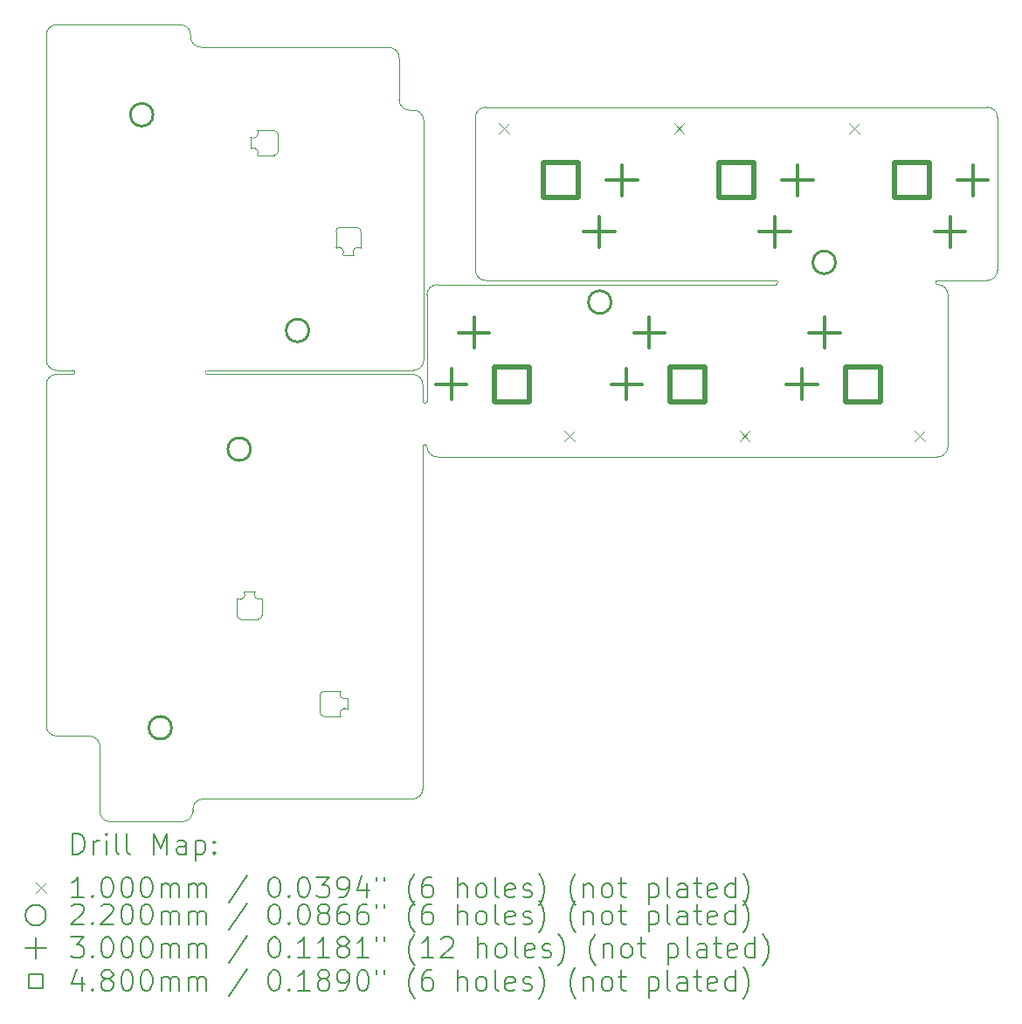
<source format=gbr>
%TF.GenerationSoftware,KiCad,Pcbnew,9.0.0*%
%TF.CreationDate,2025-03-30T22:48:25+09:00*%
%TF.ProjectId,nofy,6e6f6679-2e6b-4696-9361-645f70636258,rev?*%
%TF.SameCoordinates,Original*%
%TF.FileFunction,Drillmap*%
%TF.FilePolarity,Positive*%
%FSLAX45Y45*%
G04 Gerber Fmt 4.5, Leading zero omitted, Abs format (unit mm)*
G04 Created by KiCad (PCBNEW 9.0.0) date 2025-03-30 22:48:25*
%MOMM*%
%LPD*%
G01*
G04 APERTURE LIST*
%ADD10C,0.050000*%
%ADD11C,0.120000*%
%ADD12C,0.200000*%
%ADD13C,0.100000*%
%ADD14C,0.220000*%
%ADD15C,0.300000*%
%ADD16C,0.480000*%
G04 APERTURE END LIST*
D10*
X5880000Y-7410000D02*
X5880000Y-10725000D01*
X5920000Y-6970000D02*
G75*
G02*
X5880000Y-6970000I-20000J0D01*
G01*
X5880000Y-7410000D02*
G75*
G02*
X5920000Y-7410000I20000J0D01*
G01*
X3790000Y-6710000D02*
G75*
G02*
X3790000Y-6670000I0J20000D01*
G01*
X2490000Y-6670000D02*
G75*
G02*
X2490000Y-6710000I0J-20000D01*
G01*
X9300000Y-5800000D02*
G75*
G02*
X9300000Y-5840000I0J-20000D01*
G01*
X10870000Y-5840000D02*
G75*
G02*
X10870000Y-5800000I0J20000D01*
G01*
X10870000Y-5800000D02*
X11350000Y-5800000D01*
X10870000Y-7510000D02*
X6020000Y-7510000D01*
X3650000Y-10925000D02*
G75*
G02*
X3750000Y-10825000I100000J0D01*
G01*
X2231066Y-3421421D02*
G75*
G02*
X2331066Y-3321416I100004J1D01*
G01*
X6490000Y-5800000D02*
X9300000Y-5800000D01*
X5889645Y-6570000D02*
G75*
G02*
X5789645Y-6670005I-100005J0D01*
G01*
X2230000Y-6810000D02*
G75*
G02*
X2330000Y-6710000I100000J0D01*
G01*
X2650000Y-10215000D02*
X2330000Y-10215000D01*
X10970000Y-7410000D02*
G75*
G02*
X10870000Y-7510000I-100000J0D01*
G01*
X3529645Y-3321421D02*
G75*
G02*
X3629639Y-3421421I-5J-99999D01*
G01*
X3629645Y-3440711D02*
X3629644Y-3421421D01*
X6020000Y-7510000D02*
G75*
G02*
X5920005Y-7410000I0J99995D01*
G01*
X11450000Y-5700000D02*
G75*
G02*
X11350000Y-5799999I-100000J1D01*
G01*
X10970000Y-7410000D02*
X10970000Y-5940000D01*
X11350000Y-4120000D02*
G75*
G02*
X11450005Y-4220000I0J-100005D01*
G01*
X5750355Y-4150711D02*
X5790355Y-4150711D01*
X2330000Y-10215000D02*
G75*
G02*
X2230000Y-10115000I0J100000D01*
G01*
X2331065Y-3321421D02*
X3529645Y-3321421D01*
X5920000Y-6970000D02*
X5920000Y-5940000D01*
X6490000Y-5800000D02*
G75*
G02*
X6390000Y-5700000I0J100000D01*
G01*
X10870000Y-5840000D02*
G75*
G02*
X10970000Y-5940000I0J-100000D01*
G01*
X2330358Y-6670000D02*
X2490000Y-6670000D01*
X3729645Y-3540711D02*
X5550355Y-3540711D01*
X2850000Y-11045000D02*
G75*
G02*
X2750000Y-10945000I0J100000D01*
G01*
X5550355Y-3541421D02*
G75*
G02*
X5650359Y-3641421I5J-99999D01*
G01*
X3729644Y-3540711D02*
G75*
G02*
X3629639Y-3440711I-5J100001D01*
G01*
X6390000Y-4220000D02*
X6390000Y-5700000D01*
X2230000Y-10115000D02*
X2230000Y-6810000D01*
X6020000Y-5840000D02*
X9300000Y-5840000D01*
X5780000Y-6710000D02*
G75*
G02*
X5880000Y-6810000I0J-100000D01*
G01*
X3650000Y-10945000D02*
G75*
G02*
X3550000Y-11045000I-100000J0D01*
G01*
X3790000Y-6710000D02*
X5780000Y-6710000D01*
X3750000Y-10825000D02*
X5780000Y-10825000D01*
X5650355Y-3641421D02*
X5650355Y-4050711D01*
X2650000Y-10215000D02*
G75*
G02*
X2750000Y-10315000I0J-100000D01*
G01*
X6490000Y-4119999D02*
X11350000Y-4120000D01*
X5790355Y-4150711D02*
G75*
G02*
X5890359Y-4250711I5J-99999D01*
G01*
X2330000Y-6710000D02*
X2490000Y-6710000D01*
X5750355Y-4150711D02*
G75*
G02*
X5650359Y-4050711I5J100001D01*
G01*
X3550000Y-11045000D02*
X2850000Y-11045000D01*
X5880000Y-10725000D02*
G75*
G02*
X5780000Y-10825000I-100000J0D01*
G01*
X5920000Y-5940000D02*
G75*
G02*
X6020000Y-5840000I100000J0D01*
G01*
X5880000Y-6810000D02*
X5880000Y-6970000D01*
X2330355Y-6670000D02*
G75*
G02*
X2230360Y-6570000I5J100000D01*
G01*
X6390000Y-4219999D02*
G75*
G02*
X6490000Y-4119995I100000J5D01*
G01*
X2230355Y-6570000D02*
X2231066Y-3421421D01*
X5789645Y-6670000D02*
X3790000Y-6670000D01*
X5890355Y-4250711D02*
X5889644Y-6570000D01*
X2750000Y-10945000D02*
X2750000Y-10315000D01*
X3650000Y-10945000D02*
X3650000Y-10925000D01*
X11450000Y-4220000D02*
X11450000Y-5700711D01*
D11*
X4079975Y-9045325D02*
X4079975Y-8885305D01*
X4148555Y-8816725D02*
X4252695Y-8816725D01*
X4283175Y-9083425D02*
X4118075Y-9083425D01*
X4321275Y-8885305D02*
X4321275Y-9045325D01*
X4882575Y-9984175D02*
X4882575Y-9819075D01*
X4920675Y-9780975D02*
X5080695Y-9780975D01*
X5080695Y-10022275D02*
X4920675Y-10022275D01*
X5149275Y-9849555D02*
X5149275Y-9953695D01*
X4118075Y-9083425D02*
G75*
G02*
X4079975Y-9045325I0J38100D01*
G01*
X4148555Y-8816725D02*
G75*
G02*
X4079975Y-8885305I-43805J-24775D01*
G01*
X4321275Y-8885305D02*
G75*
G02*
X4252695Y-8816725I-24775J43805D01*
G01*
X4321275Y-9045325D02*
G75*
G02*
X4283175Y-9083424I-38099J0D01*
G01*
X4882575Y-9819075D02*
G75*
G02*
X4920675Y-9780975I38100J0D01*
G01*
X4920675Y-10022275D02*
G75*
G02*
X4882575Y-9984175I-1J38099D01*
G01*
X5080695Y-10022275D02*
G75*
G02*
X5149275Y-9953695I43805J24775D01*
G01*
X5149275Y-9849555D02*
G75*
G02*
X5080695Y-9780975I-24775J43805D01*
G01*
X4209585Y-4520055D02*
X4209585Y-4415915D01*
X4278165Y-4347335D02*
X4438185Y-4347335D01*
X4438185Y-4588635D02*
X4278165Y-4588635D01*
X4476285Y-4385435D02*
X4476285Y-4550535D01*
X5037585Y-5484305D02*
X5037585Y-5324285D01*
X5075685Y-5286185D02*
X5240785Y-5286185D01*
X5210305Y-5552885D02*
X5106165Y-5552885D01*
X5278885Y-5324285D02*
X5278885Y-5484305D01*
X4209585Y-4520055D02*
G75*
G02*
X4278165Y-4588635I24775J-43805D01*
G01*
X4278165Y-4347335D02*
G75*
G02*
X4209585Y-4415915I-43805J-24775D01*
G01*
X4438185Y-4347335D02*
G75*
G02*
X4476285Y-4385435I1J-38099D01*
G01*
X4476285Y-4550535D02*
G75*
G02*
X4438185Y-4588635I-38100J0D01*
G01*
X5037585Y-5324285D02*
G75*
G02*
X5075685Y-5286186I38099J0D01*
G01*
X5037585Y-5484305D02*
G75*
G02*
X5106165Y-5552885I24775J-43805D01*
G01*
X5210305Y-5552885D02*
G75*
G02*
X5278885Y-5484305I43805J24775D01*
G01*
X5240785Y-5286185D02*
G75*
G02*
X5278885Y-5324285I0J-38100D01*
G01*
D12*
D13*
X6615000Y-4280360D02*
X6715000Y-4380360D01*
X6715000Y-4280360D02*
X6615000Y-4380360D01*
X7250000Y-7255360D02*
X7350000Y-7355360D01*
X7350000Y-7255360D02*
X7250000Y-7355360D01*
X8315000Y-4280360D02*
X8415000Y-4380360D01*
X8415000Y-4280360D02*
X8315000Y-4380360D01*
X8950000Y-7255360D02*
X9050000Y-7355360D01*
X9050000Y-7255360D02*
X8950000Y-7355360D01*
X10015000Y-4280360D02*
X10115000Y-4380360D01*
X10115000Y-4280360D02*
X10015000Y-4380360D01*
X10650000Y-7255360D02*
X10750000Y-7355360D01*
X10750000Y-7255360D02*
X10650000Y-7355360D01*
D14*
X3265000Y-4195000D02*
G75*
G02*
X3045000Y-4195000I-110000J0D01*
G01*
X3045000Y-4195000D02*
G75*
G02*
X3265000Y-4195000I110000J0D01*
G01*
X3445000Y-10135000D02*
G75*
G02*
X3225000Y-10135000I-110000J0D01*
G01*
X3225000Y-10135000D02*
G75*
G02*
X3445000Y-10135000I110000J0D01*
G01*
X4210000Y-7435000D02*
G75*
G02*
X3990000Y-7435000I-110000J0D01*
G01*
X3990000Y-7435000D02*
G75*
G02*
X4210000Y-7435000I110000J0D01*
G01*
X4775000Y-6285000D02*
G75*
G02*
X4555000Y-6285000I-110000J0D01*
G01*
X4555000Y-6285000D02*
G75*
G02*
X4775000Y-6285000I110000J0D01*
G01*
X7705000Y-6010000D02*
G75*
G02*
X7485000Y-6010000I-110000J0D01*
G01*
X7485000Y-6010000D02*
G75*
G02*
X7705000Y-6010000I110000J0D01*
G01*
X9880000Y-5625000D02*
G75*
G02*
X9660000Y-5625000I-110000J0D01*
G01*
X9660000Y-5625000D02*
G75*
G02*
X9880000Y-5625000I110000J0D01*
G01*
D15*
X6155000Y-6655360D02*
X6155000Y-6955360D01*
X6005000Y-6805360D02*
X6305000Y-6805360D01*
X6375000Y-6155360D02*
X6375000Y-6455360D01*
X6225000Y-6305360D02*
X6525000Y-6305360D01*
X7590000Y-5180360D02*
X7590000Y-5480360D01*
X7440000Y-5330360D02*
X7740000Y-5330360D01*
X7810000Y-4680360D02*
X7810000Y-4980360D01*
X7660000Y-4830360D02*
X7960000Y-4830360D01*
X7855000Y-6655360D02*
X7855000Y-6955360D01*
X7705000Y-6805360D02*
X8005000Y-6805360D01*
X8075000Y-6155360D02*
X8075000Y-6455360D01*
X7925000Y-6305360D02*
X8225000Y-6305360D01*
X9290000Y-5180360D02*
X9290000Y-5480360D01*
X9140000Y-5330360D02*
X9440000Y-5330360D01*
X9510000Y-4680360D02*
X9510000Y-4980360D01*
X9360000Y-4830360D02*
X9660000Y-4830360D01*
X9555000Y-6655360D02*
X9555000Y-6955360D01*
X9405000Y-6805360D02*
X9705000Y-6805360D01*
X9775000Y-6155360D02*
X9775000Y-6455360D01*
X9625000Y-6305360D02*
X9925000Y-6305360D01*
X10990000Y-5180360D02*
X10990000Y-5480360D01*
X10840000Y-5330360D02*
X11140000Y-5330360D01*
X11210000Y-4680360D02*
X11210000Y-4980360D01*
X11060000Y-4830360D02*
X11360000Y-4830360D01*
D16*
X6914707Y-6975067D02*
X6914707Y-6635653D01*
X6575293Y-6635653D01*
X6575293Y-6975067D01*
X6914707Y-6975067D01*
X7389707Y-5000067D02*
X7389707Y-4660653D01*
X7050293Y-4660653D01*
X7050293Y-5000067D01*
X7389707Y-5000067D01*
X8614707Y-6975067D02*
X8614707Y-6635653D01*
X8275293Y-6635653D01*
X8275293Y-6975067D01*
X8614707Y-6975067D01*
X9089707Y-5000067D02*
X9089707Y-4660653D01*
X8750293Y-4660653D01*
X8750293Y-5000067D01*
X9089707Y-5000067D01*
X10314707Y-6975067D02*
X10314707Y-6635653D01*
X9975293Y-6635653D01*
X9975293Y-6975067D01*
X10314707Y-6975067D01*
X10789707Y-5000067D02*
X10789707Y-4660653D01*
X10450293Y-4660653D01*
X10450293Y-5000067D01*
X10789707Y-5000067D01*
D12*
X2488277Y-11358984D02*
X2488277Y-11158984D01*
X2488277Y-11158984D02*
X2535896Y-11158984D01*
X2535896Y-11158984D02*
X2564467Y-11168508D01*
X2564467Y-11168508D02*
X2583515Y-11187555D01*
X2583515Y-11187555D02*
X2593039Y-11206603D01*
X2593039Y-11206603D02*
X2602563Y-11244698D01*
X2602563Y-11244698D02*
X2602563Y-11273269D01*
X2602563Y-11273269D02*
X2593039Y-11311365D01*
X2593039Y-11311365D02*
X2583515Y-11330412D01*
X2583515Y-11330412D02*
X2564467Y-11349460D01*
X2564467Y-11349460D02*
X2535896Y-11358984D01*
X2535896Y-11358984D02*
X2488277Y-11358984D01*
X2688277Y-11358984D02*
X2688277Y-11225650D01*
X2688277Y-11263746D02*
X2697801Y-11244698D01*
X2697801Y-11244698D02*
X2707324Y-11235174D01*
X2707324Y-11235174D02*
X2726372Y-11225650D01*
X2726372Y-11225650D02*
X2745420Y-11225650D01*
X2812086Y-11358984D02*
X2812086Y-11225650D01*
X2812086Y-11158984D02*
X2802562Y-11168508D01*
X2802562Y-11168508D02*
X2812086Y-11178031D01*
X2812086Y-11178031D02*
X2821610Y-11168508D01*
X2821610Y-11168508D02*
X2812086Y-11158984D01*
X2812086Y-11158984D02*
X2812086Y-11178031D01*
X2935896Y-11358984D02*
X2916848Y-11349460D01*
X2916848Y-11349460D02*
X2907324Y-11330412D01*
X2907324Y-11330412D02*
X2907324Y-11158984D01*
X3040658Y-11358984D02*
X3021610Y-11349460D01*
X3021610Y-11349460D02*
X3012086Y-11330412D01*
X3012086Y-11330412D02*
X3012086Y-11158984D01*
X3269229Y-11358984D02*
X3269229Y-11158984D01*
X3269229Y-11158984D02*
X3335896Y-11301841D01*
X3335896Y-11301841D02*
X3402562Y-11158984D01*
X3402562Y-11158984D02*
X3402562Y-11358984D01*
X3583515Y-11358984D02*
X3583515Y-11254222D01*
X3583515Y-11254222D02*
X3573991Y-11235174D01*
X3573991Y-11235174D02*
X3554943Y-11225650D01*
X3554943Y-11225650D02*
X3516848Y-11225650D01*
X3516848Y-11225650D02*
X3497801Y-11235174D01*
X3583515Y-11349460D02*
X3564467Y-11358984D01*
X3564467Y-11358984D02*
X3516848Y-11358984D01*
X3516848Y-11358984D02*
X3497801Y-11349460D01*
X3497801Y-11349460D02*
X3488277Y-11330412D01*
X3488277Y-11330412D02*
X3488277Y-11311365D01*
X3488277Y-11311365D02*
X3497801Y-11292317D01*
X3497801Y-11292317D02*
X3516848Y-11282793D01*
X3516848Y-11282793D02*
X3564467Y-11282793D01*
X3564467Y-11282793D02*
X3583515Y-11273269D01*
X3678753Y-11225650D02*
X3678753Y-11425650D01*
X3678753Y-11235174D02*
X3697801Y-11225650D01*
X3697801Y-11225650D02*
X3735896Y-11225650D01*
X3735896Y-11225650D02*
X3754943Y-11235174D01*
X3754943Y-11235174D02*
X3764467Y-11244698D01*
X3764467Y-11244698D02*
X3773991Y-11263746D01*
X3773991Y-11263746D02*
X3773991Y-11320888D01*
X3773991Y-11320888D02*
X3764467Y-11339936D01*
X3764467Y-11339936D02*
X3754943Y-11349460D01*
X3754943Y-11349460D02*
X3735896Y-11358984D01*
X3735896Y-11358984D02*
X3697801Y-11358984D01*
X3697801Y-11358984D02*
X3678753Y-11349460D01*
X3859705Y-11339936D02*
X3869229Y-11349460D01*
X3869229Y-11349460D02*
X3859705Y-11358984D01*
X3859705Y-11358984D02*
X3850182Y-11349460D01*
X3850182Y-11349460D02*
X3859705Y-11339936D01*
X3859705Y-11339936D02*
X3859705Y-11358984D01*
X3859705Y-11235174D02*
X3869229Y-11244698D01*
X3869229Y-11244698D02*
X3859705Y-11254222D01*
X3859705Y-11254222D02*
X3850182Y-11244698D01*
X3850182Y-11244698D02*
X3859705Y-11235174D01*
X3859705Y-11235174D02*
X3859705Y-11254222D01*
D13*
X2127500Y-11637500D02*
X2227500Y-11737500D01*
X2227500Y-11637500D02*
X2127500Y-11737500D01*
D12*
X2593039Y-11778984D02*
X2478753Y-11778984D01*
X2535896Y-11778984D02*
X2535896Y-11578984D01*
X2535896Y-11578984D02*
X2516848Y-11607555D01*
X2516848Y-11607555D02*
X2497801Y-11626603D01*
X2497801Y-11626603D02*
X2478753Y-11636127D01*
X2678753Y-11759936D02*
X2688277Y-11769460D01*
X2688277Y-11769460D02*
X2678753Y-11778984D01*
X2678753Y-11778984D02*
X2669229Y-11769460D01*
X2669229Y-11769460D02*
X2678753Y-11759936D01*
X2678753Y-11759936D02*
X2678753Y-11778984D01*
X2812086Y-11578984D02*
X2831134Y-11578984D01*
X2831134Y-11578984D02*
X2850182Y-11588508D01*
X2850182Y-11588508D02*
X2859705Y-11598031D01*
X2859705Y-11598031D02*
X2869229Y-11617079D01*
X2869229Y-11617079D02*
X2878753Y-11655174D01*
X2878753Y-11655174D02*
X2878753Y-11702793D01*
X2878753Y-11702793D02*
X2869229Y-11740888D01*
X2869229Y-11740888D02*
X2859705Y-11759936D01*
X2859705Y-11759936D02*
X2850182Y-11769460D01*
X2850182Y-11769460D02*
X2831134Y-11778984D01*
X2831134Y-11778984D02*
X2812086Y-11778984D01*
X2812086Y-11778984D02*
X2793039Y-11769460D01*
X2793039Y-11769460D02*
X2783515Y-11759936D01*
X2783515Y-11759936D02*
X2773991Y-11740888D01*
X2773991Y-11740888D02*
X2764467Y-11702793D01*
X2764467Y-11702793D02*
X2764467Y-11655174D01*
X2764467Y-11655174D02*
X2773991Y-11617079D01*
X2773991Y-11617079D02*
X2783515Y-11598031D01*
X2783515Y-11598031D02*
X2793039Y-11588508D01*
X2793039Y-11588508D02*
X2812086Y-11578984D01*
X3002562Y-11578984D02*
X3021610Y-11578984D01*
X3021610Y-11578984D02*
X3040658Y-11588508D01*
X3040658Y-11588508D02*
X3050182Y-11598031D01*
X3050182Y-11598031D02*
X3059705Y-11617079D01*
X3059705Y-11617079D02*
X3069229Y-11655174D01*
X3069229Y-11655174D02*
X3069229Y-11702793D01*
X3069229Y-11702793D02*
X3059705Y-11740888D01*
X3059705Y-11740888D02*
X3050182Y-11759936D01*
X3050182Y-11759936D02*
X3040658Y-11769460D01*
X3040658Y-11769460D02*
X3021610Y-11778984D01*
X3021610Y-11778984D02*
X3002562Y-11778984D01*
X3002562Y-11778984D02*
X2983515Y-11769460D01*
X2983515Y-11769460D02*
X2973991Y-11759936D01*
X2973991Y-11759936D02*
X2964467Y-11740888D01*
X2964467Y-11740888D02*
X2954943Y-11702793D01*
X2954943Y-11702793D02*
X2954943Y-11655174D01*
X2954943Y-11655174D02*
X2964467Y-11617079D01*
X2964467Y-11617079D02*
X2973991Y-11598031D01*
X2973991Y-11598031D02*
X2983515Y-11588508D01*
X2983515Y-11588508D02*
X3002562Y-11578984D01*
X3193039Y-11578984D02*
X3212086Y-11578984D01*
X3212086Y-11578984D02*
X3231134Y-11588508D01*
X3231134Y-11588508D02*
X3240658Y-11598031D01*
X3240658Y-11598031D02*
X3250182Y-11617079D01*
X3250182Y-11617079D02*
X3259705Y-11655174D01*
X3259705Y-11655174D02*
X3259705Y-11702793D01*
X3259705Y-11702793D02*
X3250182Y-11740888D01*
X3250182Y-11740888D02*
X3240658Y-11759936D01*
X3240658Y-11759936D02*
X3231134Y-11769460D01*
X3231134Y-11769460D02*
X3212086Y-11778984D01*
X3212086Y-11778984D02*
X3193039Y-11778984D01*
X3193039Y-11778984D02*
X3173991Y-11769460D01*
X3173991Y-11769460D02*
X3164467Y-11759936D01*
X3164467Y-11759936D02*
X3154943Y-11740888D01*
X3154943Y-11740888D02*
X3145420Y-11702793D01*
X3145420Y-11702793D02*
X3145420Y-11655174D01*
X3145420Y-11655174D02*
X3154943Y-11617079D01*
X3154943Y-11617079D02*
X3164467Y-11598031D01*
X3164467Y-11598031D02*
X3173991Y-11588508D01*
X3173991Y-11588508D02*
X3193039Y-11578984D01*
X3345420Y-11778984D02*
X3345420Y-11645650D01*
X3345420Y-11664698D02*
X3354943Y-11655174D01*
X3354943Y-11655174D02*
X3373991Y-11645650D01*
X3373991Y-11645650D02*
X3402563Y-11645650D01*
X3402563Y-11645650D02*
X3421610Y-11655174D01*
X3421610Y-11655174D02*
X3431134Y-11674222D01*
X3431134Y-11674222D02*
X3431134Y-11778984D01*
X3431134Y-11674222D02*
X3440658Y-11655174D01*
X3440658Y-11655174D02*
X3459705Y-11645650D01*
X3459705Y-11645650D02*
X3488277Y-11645650D01*
X3488277Y-11645650D02*
X3507324Y-11655174D01*
X3507324Y-11655174D02*
X3516848Y-11674222D01*
X3516848Y-11674222D02*
X3516848Y-11778984D01*
X3612086Y-11778984D02*
X3612086Y-11645650D01*
X3612086Y-11664698D02*
X3621610Y-11655174D01*
X3621610Y-11655174D02*
X3640658Y-11645650D01*
X3640658Y-11645650D02*
X3669229Y-11645650D01*
X3669229Y-11645650D02*
X3688277Y-11655174D01*
X3688277Y-11655174D02*
X3697801Y-11674222D01*
X3697801Y-11674222D02*
X3697801Y-11778984D01*
X3697801Y-11674222D02*
X3707324Y-11655174D01*
X3707324Y-11655174D02*
X3726372Y-11645650D01*
X3726372Y-11645650D02*
X3754943Y-11645650D01*
X3754943Y-11645650D02*
X3773991Y-11655174D01*
X3773991Y-11655174D02*
X3783515Y-11674222D01*
X3783515Y-11674222D02*
X3783515Y-11778984D01*
X4173991Y-11569460D02*
X4002563Y-11826603D01*
X4431134Y-11578984D02*
X4450182Y-11578984D01*
X4450182Y-11578984D02*
X4469229Y-11588508D01*
X4469229Y-11588508D02*
X4478753Y-11598031D01*
X4478753Y-11598031D02*
X4488277Y-11617079D01*
X4488277Y-11617079D02*
X4497801Y-11655174D01*
X4497801Y-11655174D02*
X4497801Y-11702793D01*
X4497801Y-11702793D02*
X4488277Y-11740888D01*
X4488277Y-11740888D02*
X4478753Y-11759936D01*
X4478753Y-11759936D02*
X4469229Y-11769460D01*
X4469229Y-11769460D02*
X4450182Y-11778984D01*
X4450182Y-11778984D02*
X4431134Y-11778984D01*
X4431134Y-11778984D02*
X4412087Y-11769460D01*
X4412087Y-11769460D02*
X4402563Y-11759936D01*
X4402563Y-11759936D02*
X4393039Y-11740888D01*
X4393039Y-11740888D02*
X4383515Y-11702793D01*
X4383515Y-11702793D02*
X4383515Y-11655174D01*
X4383515Y-11655174D02*
X4393039Y-11617079D01*
X4393039Y-11617079D02*
X4402563Y-11598031D01*
X4402563Y-11598031D02*
X4412087Y-11588508D01*
X4412087Y-11588508D02*
X4431134Y-11578984D01*
X4583515Y-11759936D02*
X4593039Y-11769460D01*
X4593039Y-11769460D02*
X4583515Y-11778984D01*
X4583515Y-11778984D02*
X4573991Y-11769460D01*
X4573991Y-11769460D02*
X4583515Y-11759936D01*
X4583515Y-11759936D02*
X4583515Y-11778984D01*
X4716848Y-11578984D02*
X4735896Y-11578984D01*
X4735896Y-11578984D02*
X4754944Y-11588508D01*
X4754944Y-11588508D02*
X4764468Y-11598031D01*
X4764468Y-11598031D02*
X4773991Y-11617079D01*
X4773991Y-11617079D02*
X4783515Y-11655174D01*
X4783515Y-11655174D02*
X4783515Y-11702793D01*
X4783515Y-11702793D02*
X4773991Y-11740888D01*
X4773991Y-11740888D02*
X4764468Y-11759936D01*
X4764468Y-11759936D02*
X4754944Y-11769460D01*
X4754944Y-11769460D02*
X4735896Y-11778984D01*
X4735896Y-11778984D02*
X4716848Y-11778984D01*
X4716848Y-11778984D02*
X4697801Y-11769460D01*
X4697801Y-11769460D02*
X4688277Y-11759936D01*
X4688277Y-11759936D02*
X4678753Y-11740888D01*
X4678753Y-11740888D02*
X4669229Y-11702793D01*
X4669229Y-11702793D02*
X4669229Y-11655174D01*
X4669229Y-11655174D02*
X4678753Y-11617079D01*
X4678753Y-11617079D02*
X4688277Y-11598031D01*
X4688277Y-11598031D02*
X4697801Y-11588508D01*
X4697801Y-11588508D02*
X4716848Y-11578984D01*
X4850182Y-11578984D02*
X4973991Y-11578984D01*
X4973991Y-11578984D02*
X4907325Y-11655174D01*
X4907325Y-11655174D02*
X4935896Y-11655174D01*
X4935896Y-11655174D02*
X4954944Y-11664698D01*
X4954944Y-11664698D02*
X4964468Y-11674222D01*
X4964468Y-11674222D02*
X4973991Y-11693269D01*
X4973991Y-11693269D02*
X4973991Y-11740888D01*
X4973991Y-11740888D02*
X4964468Y-11759936D01*
X4964468Y-11759936D02*
X4954944Y-11769460D01*
X4954944Y-11769460D02*
X4935896Y-11778984D01*
X4935896Y-11778984D02*
X4878753Y-11778984D01*
X4878753Y-11778984D02*
X4859706Y-11769460D01*
X4859706Y-11769460D02*
X4850182Y-11759936D01*
X5069229Y-11778984D02*
X5107325Y-11778984D01*
X5107325Y-11778984D02*
X5126372Y-11769460D01*
X5126372Y-11769460D02*
X5135896Y-11759936D01*
X5135896Y-11759936D02*
X5154944Y-11731365D01*
X5154944Y-11731365D02*
X5164468Y-11693269D01*
X5164468Y-11693269D02*
X5164468Y-11617079D01*
X5164468Y-11617079D02*
X5154944Y-11598031D01*
X5154944Y-11598031D02*
X5145420Y-11588508D01*
X5145420Y-11588508D02*
X5126372Y-11578984D01*
X5126372Y-11578984D02*
X5088277Y-11578984D01*
X5088277Y-11578984D02*
X5069229Y-11588508D01*
X5069229Y-11588508D02*
X5059706Y-11598031D01*
X5059706Y-11598031D02*
X5050182Y-11617079D01*
X5050182Y-11617079D02*
X5050182Y-11664698D01*
X5050182Y-11664698D02*
X5059706Y-11683746D01*
X5059706Y-11683746D02*
X5069229Y-11693269D01*
X5069229Y-11693269D02*
X5088277Y-11702793D01*
X5088277Y-11702793D02*
X5126372Y-11702793D01*
X5126372Y-11702793D02*
X5145420Y-11693269D01*
X5145420Y-11693269D02*
X5154944Y-11683746D01*
X5154944Y-11683746D02*
X5164468Y-11664698D01*
X5335896Y-11645650D02*
X5335896Y-11778984D01*
X5288277Y-11569460D02*
X5240658Y-11712317D01*
X5240658Y-11712317D02*
X5364468Y-11712317D01*
X5431134Y-11578984D02*
X5431134Y-11617079D01*
X5507325Y-11578984D02*
X5507325Y-11617079D01*
X5802563Y-11855174D02*
X5793039Y-11845650D01*
X5793039Y-11845650D02*
X5773991Y-11817079D01*
X5773991Y-11817079D02*
X5764468Y-11798031D01*
X5764468Y-11798031D02*
X5754944Y-11769460D01*
X5754944Y-11769460D02*
X5745420Y-11721841D01*
X5745420Y-11721841D02*
X5745420Y-11683746D01*
X5745420Y-11683746D02*
X5754944Y-11636127D01*
X5754944Y-11636127D02*
X5764468Y-11607555D01*
X5764468Y-11607555D02*
X5773991Y-11588508D01*
X5773991Y-11588508D02*
X5793039Y-11559936D01*
X5793039Y-11559936D02*
X5802563Y-11550412D01*
X5964468Y-11578984D02*
X5926372Y-11578984D01*
X5926372Y-11578984D02*
X5907325Y-11588508D01*
X5907325Y-11588508D02*
X5897801Y-11598031D01*
X5897801Y-11598031D02*
X5878753Y-11626603D01*
X5878753Y-11626603D02*
X5869229Y-11664698D01*
X5869229Y-11664698D02*
X5869229Y-11740888D01*
X5869229Y-11740888D02*
X5878753Y-11759936D01*
X5878753Y-11759936D02*
X5888277Y-11769460D01*
X5888277Y-11769460D02*
X5907325Y-11778984D01*
X5907325Y-11778984D02*
X5945420Y-11778984D01*
X5945420Y-11778984D02*
X5964468Y-11769460D01*
X5964468Y-11769460D02*
X5973991Y-11759936D01*
X5973991Y-11759936D02*
X5983515Y-11740888D01*
X5983515Y-11740888D02*
X5983515Y-11693269D01*
X5983515Y-11693269D02*
X5973991Y-11674222D01*
X5973991Y-11674222D02*
X5964468Y-11664698D01*
X5964468Y-11664698D02*
X5945420Y-11655174D01*
X5945420Y-11655174D02*
X5907325Y-11655174D01*
X5907325Y-11655174D02*
X5888277Y-11664698D01*
X5888277Y-11664698D02*
X5878753Y-11674222D01*
X5878753Y-11674222D02*
X5869229Y-11693269D01*
X6221610Y-11778984D02*
X6221610Y-11578984D01*
X6307325Y-11778984D02*
X6307325Y-11674222D01*
X6307325Y-11674222D02*
X6297801Y-11655174D01*
X6297801Y-11655174D02*
X6278753Y-11645650D01*
X6278753Y-11645650D02*
X6250182Y-11645650D01*
X6250182Y-11645650D02*
X6231134Y-11655174D01*
X6231134Y-11655174D02*
X6221610Y-11664698D01*
X6431134Y-11778984D02*
X6412087Y-11769460D01*
X6412087Y-11769460D02*
X6402563Y-11759936D01*
X6402563Y-11759936D02*
X6393039Y-11740888D01*
X6393039Y-11740888D02*
X6393039Y-11683746D01*
X6393039Y-11683746D02*
X6402563Y-11664698D01*
X6402563Y-11664698D02*
X6412087Y-11655174D01*
X6412087Y-11655174D02*
X6431134Y-11645650D01*
X6431134Y-11645650D02*
X6459706Y-11645650D01*
X6459706Y-11645650D02*
X6478753Y-11655174D01*
X6478753Y-11655174D02*
X6488277Y-11664698D01*
X6488277Y-11664698D02*
X6497801Y-11683746D01*
X6497801Y-11683746D02*
X6497801Y-11740888D01*
X6497801Y-11740888D02*
X6488277Y-11759936D01*
X6488277Y-11759936D02*
X6478753Y-11769460D01*
X6478753Y-11769460D02*
X6459706Y-11778984D01*
X6459706Y-11778984D02*
X6431134Y-11778984D01*
X6612087Y-11778984D02*
X6593039Y-11769460D01*
X6593039Y-11769460D02*
X6583515Y-11750412D01*
X6583515Y-11750412D02*
X6583515Y-11578984D01*
X6764468Y-11769460D02*
X6745420Y-11778984D01*
X6745420Y-11778984D02*
X6707325Y-11778984D01*
X6707325Y-11778984D02*
X6688277Y-11769460D01*
X6688277Y-11769460D02*
X6678753Y-11750412D01*
X6678753Y-11750412D02*
X6678753Y-11674222D01*
X6678753Y-11674222D02*
X6688277Y-11655174D01*
X6688277Y-11655174D02*
X6707325Y-11645650D01*
X6707325Y-11645650D02*
X6745420Y-11645650D01*
X6745420Y-11645650D02*
X6764468Y-11655174D01*
X6764468Y-11655174D02*
X6773991Y-11674222D01*
X6773991Y-11674222D02*
X6773991Y-11693269D01*
X6773991Y-11693269D02*
X6678753Y-11712317D01*
X6850182Y-11769460D02*
X6869230Y-11778984D01*
X6869230Y-11778984D02*
X6907325Y-11778984D01*
X6907325Y-11778984D02*
X6926372Y-11769460D01*
X6926372Y-11769460D02*
X6935896Y-11750412D01*
X6935896Y-11750412D02*
X6935896Y-11740888D01*
X6935896Y-11740888D02*
X6926372Y-11721841D01*
X6926372Y-11721841D02*
X6907325Y-11712317D01*
X6907325Y-11712317D02*
X6878753Y-11712317D01*
X6878753Y-11712317D02*
X6859706Y-11702793D01*
X6859706Y-11702793D02*
X6850182Y-11683746D01*
X6850182Y-11683746D02*
X6850182Y-11674222D01*
X6850182Y-11674222D02*
X6859706Y-11655174D01*
X6859706Y-11655174D02*
X6878753Y-11645650D01*
X6878753Y-11645650D02*
X6907325Y-11645650D01*
X6907325Y-11645650D02*
X6926372Y-11655174D01*
X7002563Y-11855174D02*
X7012087Y-11845650D01*
X7012087Y-11845650D02*
X7031134Y-11817079D01*
X7031134Y-11817079D02*
X7040658Y-11798031D01*
X7040658Y-11798031D02*
X7050182Y-11769460D01*
X7050182Y-11769460D02*
X7059706Y-11721841D01*
X7059706Y-11721841D02*
X7059706Y-11683746D01*
X7059706Y-11683746D02*
X7050182Y-11636127D01*
X7050182Y-11636127D02*
X7040658Y-11607555D01*
X7040658Y-11607555D02*
X7031134Y-11588508D01*
X7031134Y-11588508D02*
X7012087Y-11559936D01*
X7012087Y-11559936D02*
X7002563Y-11550412D01*
X7364468Y-11855174D02*
X7354944Y-11845650D01*
X7354944Y-11845650D02*
X7335896Y-11817079D01*
X7335896Y-11817079D02*
X7326372Y-11798031D01*
X7326372Y-11798031D02*
X7316849Y-11769460D01*
X7316849Y-11769460D02*
X7307325Y-11721841D01*
X7307325Y-11721841D02*
X7307325Y-11683746D01*
X7307325Y-11683746D02*
X7316849Y-11636127D01*
X7316849Y-11636127D02*
X7326372Y-11607555D01*
X7326372Y-11607555D02*
X7335896Y-11588508D01*
X7335896Y-11588508D02*
X7354944Y-11559936D01*
X7354944Y-11559936D02*
X7364468Y-11550412D01*
X7440658Y-11645650D02*
X7440658Y-11778984D01*
X7440658Y-11664698D02*
X7450182Y-11655174D01*
X7450182Y-11655174D02*
X7469230Y-11645650D01*
X7469230Y-11645650D02*
X7497801Y-11645650D01*
X7497801Y-11645650D02*
X7516849Y-11655174D01*
X7516849Y-11655174D02*
X7526372Y-11674222D01*
X7526372Y-11674222D02*
X7526372Y-11778984D01*
X7650182Y-11778984D02*
X7631134Y-11769460D01*
X7631134Y-11769460D02*
X7621611Y-11759936D01*
X7621611Y-11759936D02*
X7612087Y-11740888D01*
X7612087Y-11740888D02*
X7612087Y-11683746D01*
X7612087Y-11683746D02*
X7621611Y-11664698D01*
X7621611Y-11664698D02*
X7631134Y-11655174D01*
X7631134Y-11655174D02*
X7650182Y-11645650D01*
X7650182Y-11645650D02*
X7678753Y-11645650D01*
X7678753Y-11645650D02*
X7697801Y-11655174D01*
X7697801Y-11655174D02*
X7707325Y-11664698D01*
X7707325Y-11664698D02*
X7716849Y-11683746D01*
X7716849Y-11683746D02*
X7716849Y-11740888D01*
X7716849Y-11740888D02*
X7707325Y-11759936D01*
X7707325Y-11759936D02*
X7697801Y-11769460D01*
X7697801Y-11769460D02*
X7678753Y-11778984D01*
X7678753Y-11778984D02*
X7650182Y-11778984D01*
X7773992Y-11645650D02*
X7850182Y-11645650D01*
X7802563Y-11578984D02*
X7802563Y-11750412D01*
X7802563Y-11750412D02*
X7812087Y-11769460D01*
X7812087Y-11769460D02*
X7831134Y-11778984D01*
X7831134Y-11778984D02*
X7850182Y-11778984D01*
X8069230Y-11645650D02*
X8069230Y-11845650D01*
X8069230Y-11655174D02*
X8088277Y-11645650D01*
X8088277Y-11645650D02*
X8126373Y-11645650D01*
X8126373Y-11645650D02*
X8145420Y-11655174D01*
X8145420Y-11655174D02*
X8154944Y-11664698D01*
X8154944Y-11664698D02*
X8164468Y-11683746D01*
X8164468Y-11683746D02*
X8164468Y-11740888D01*
X8164468Y-11740888D02*
X8154944Y-11759936D01*
X8154944Y-11759936D02*
X8145420Y-11769460D01*
X8145420Y-11769460D02*
X8126373Y-11778984D01*
X8126373Y-11778984D02*
X8088277Y-11778984D01*
X8088277Y-11778984D02*
X8069230Y-11769460D01*
X8278753Y-11778984D02*
X8259706Y-11769460D01*
X8259706Y-11769460D02*
X8250182Y-11750412D01*
X8250182Y-11750412D02*
X8250182Y-11578984D01*
X8440658Y-11778984D02*
X8440658Y-11674222D01*
X8440658Y-11674222D02*
X8431135Y-11655174D01*
X8431135Y-11655174D02*
X8412087Y-11645650D01*
X8412087Y-11645650D02*
X8373992Y-11645650D01*
X8373992Y-11645650D02*
X8354944Y-11655174D01*
X8440658Y-11769460D02*
X8421611Y-11778984D01*
X8421611Y-11778984D02*
X8373992Y-11778984D01*
X8373992Y-11778984D02*
X8354944Y-11769460D01*
X8354944Y-11769460D02*
X8345420Y-11750412D01*
X8345420Y-11750412D02*
X8345420Y-11731365D01*
X8345420Y-11731365D02*
X8354944Y-11712317D01*
X8354944Y-11712317D02*
X8373992Y-11702793D01*
X8373992Y-11702793D02*
X8421611Y-11702793D01*
X8421611Y-11702793D02*
X8440658Y-11693269D01*
X8507325Y-11645650D02*
X8583515Y-11645650D01*
X8535896Y-11578984D02*
X8535896Y-11750412D01*
X8535896Y-11750412D02*
X8545420Y-11769460D01*
X8545420Y-11769460D02*
X8564468Y-11778984D01*
X8564468Y-11778984D02*
X8583515Y-11778984D01*
X8726373Y-11769460D02*
X8707325Y-11778984D01*
X8707325Y-11778984D02*
X8669230Y-11778984D01*
X8669230Y-11778984D02*
X8650182Y-11769460D01*
X8650182Y-11769460D02*
X8640658Y-11750412D01*
X8640658Y-11750412D02*
X8640658Y-11674222D01*
X8640658Y-11674222D02*
X8650182Y-11655174D01*
X8650182Y-11655174D02*
X8669230Y-11645650D01*
X8669230Y-11645650D02*
X8707325Y-11645650D01*
X8707325Y-11645650D02*
X8726373Y-11655174D01*
X8726373Y-11655174D02*
X8735896Y-11674222D01*
X8735896Y-11674222D02*
X8735896Y-11693269D01*
X8735896Y-11693269D02*
X8640658Y-11712317D01*
X8907325Y-11778984D02*
X8907325Y-11578984D01*
X8907325Y-11769460D02*
X8888277Y-11778984D01*
X8888277Y-11778984D02*
X8850182Y-11778984D01*
X8850182Y-11778984D02*
X8831135Y-11769460D01*
X8831135Y-11769460D02*
X8821611Y-11759936D01*
X8821611Y-11759936D02*
X8812087Y-11740888D01*
X8812087Y-11740888D02*
X8812087Y-11683746D01*
X8812087Y-11683746D02*
X8821611Y-11664698D01*
X8821611Y-11664698D02*
X8831135Y-11655174D01*
X8831135Y-11655174D02*
X8850182Y-11645650D01*
X8850182Y-11645650D02*
X8888277Y-11645650D01*
X8888277Y-11645650D02*
X8907325Y-11655174D01*
X8983516Y-11855174D02*
X8993039Y-11845650D01*
X8993039Y-11845650D02*
X9012087Y-11817079D01*
X9012087Y-11817079D02*
X9021611Y-11798031D01*
X9021611Y-11798031D02*
X9031135Y-11769460D01*
X9031135Y-11769460D02*
X9040658Y-11721841D01*
X9040658Y-11721841D02*
X9040658Y-11683746D01*
X9040658Y-11683746D02*
X9031135Y-11636127D01*
X9031135Y-11636127D02*
X9021611Y-11607555D01*
X9021611Y-11607555D02*
X9012087Y-11588508D01*
X9012087Y-11588508D02*
X8993039Y-11559936D01*
X8993039Y-11559936D02*
X8983516Y-11550412D01*
X2227500Y-11951500D02*
G75*
G02*
X2027500Y-11951500I-100000J0D01*
G01*
X2027500Y-11951500D02*
G75*
G02*
X2227500Y-11951500I100000J0D01*
G01*
X2478753Y-11862031D02*
X2488277Y-11852508D01*
X2488277Y-11852508D02*
X2507324Y-11842984D01*
X2507324Y-11842984D02*
X2554944Y-11842984D01*
X2554944Y-11842984D02*
X2573991Y-11852508D01*
X2573991Y-11852508D02*
X2583515Y-11862031D01*
X2583515Y-11862031D02*
X2593039Y-11881079D01*
X2593039Y-11881079D02*
X2593039Y-11900127D01*
X2593039Y-11900127D02*
X2583515Y-11928698D01*
X2583515Y-11928698D02*
X2469229Y-12042984D01*
X2469229Y-12042984D02*
X2593039Y-12042984D01*
X2678753Y-12023936D02*
X2688277Y-12033460D01*
X2688277Y-12033460D02*
X2678753Y-12042984D01*
X2678753Y-12042984D02*
X2669229Y-12033460D01*
X2669229Y-12033460D02*
X2678753Y-12023936D01*
X2678753Y-12023936D02*
X2678753Y-12042984D01*
X2764467Y-11862031D02*
X2773991Y-11852508D01*
X2773991Y-11852508D02*
X2793039Y-11842984D01*
X2793039Y-11842984D02*
X2840658Y-11842984D01*
X2840658Y-11842984D02*
X2859705Y-11852508D01*
X2859705Y-11852508D02*
X2869229Y-11862031D01*
X2869229Y-11862031D02*
X2878753Y-11881079D01*
X2878753Y-11881079D02*
X2878753Y-11900127D01*
X2878753Y-11900127D02*
X2869229Y-11928698D01*
X2869229Y-11928698D02*
X2754944Y-12042984D01*
X2754944Y-12042984D02*
X2878753Y-12042984D01*
X3002562Y-11842984D02*
X3021610Y-11842984D01*
X3021610Y-11842984D02*
X3040658Y-11852508D01*
X3040658Y-11852508D02*
X3050182Y-11862031D01*
X3050182Y-11862031D02*
X3059705Y-11881079D01*
X3059705Y-11881079D02*
X3069229Y-11919174D01*
X3069229Y-11919174D02*
X3069229Y-11966793D01*
X3069229Y-11966793D02*
X3059705Y-12004888D01*
X3059705Y-12004888D02*
X3050182Y-12023936D01*
X3050182Y-12023936D02*
X3040658Y-12033460D01*
X3040658Y-12033460D02*
X3021610Y-12042984D01*
X3021610Y-12042984D02*
X3002562Y-12042984D01*
X3002562Y-12042984D02*
X2983515Y-12033460D01*
X2983515Y-12033460D02*
X2973991Y-12023936D01*
X2973991Y-12023936D02*
X2964467Y-12004888D01*
X2964467Y-12004888D02*
X2954943Y-11966793D01*
X2954943Y-11966793D02*
X2954943Y-11919174D01*
X2954943Y-11919174D02*
X2964467Y-11881079D01*
X2964467Y-11881079D02*
X2973991Y-11862031D01*
X2973991Y-11862031D02*
X2983515Y-11852508D01*
X2983515Y-11852508D02*
X3002562Y-11842984D01*
X3193039Y-11842984D02*
X3212086Y-11842984D01*
X3212086Y-11842984D02*
X3231134Y-11852508D01*
X3231134Y-11852508D02*
X3240658Y-11862031D01*
X3240658Y-11862031D02*
X3250182Y-11881079D01*
X3250182Y-11881079D02*
X3259705Y-11919174D01*
X3259705Y-11919174D02*
X3259705Y-11966793D01*
X3259705Y-11966793D02*
X3250182Y-12004888D01*
X3250182Y-12004888D02*
X3240658Y-12023936D01*
X3240658Y-12023936D02*
X3231134Y-12033460D01*
X3231134Y-12033460D02*
X3212086Y-12042984D01*
X3212086Y-12042984D02*
X3193039Y-12042984D01*
X3193039Y-12042984D02*
X3173991Y-12033460D01*
X3173991Y-12033460D02*
X3164467Y-12023936D01*
X3164467Y-12023936D02*
X3154943Y-12004888D01*
X3154943Y-12004888D02*
X3145420Y-11966793D01*
X3145420Y-11966793D02*
X3145420Y-11919174D01*
X3145420Y-11919174D02*
X3154943Y-11881079D01*
X3154943Y-11881079D02*
X3164467Y-11862031D01*
X3164467Y-11862031D02*
X3173991Y-11852508D01*
X3173991Y-11852508D02*
X3193039Y-11842984D01*
X3345420Y-12042984D02*
X3345420Y-11909650D01*
X3345420Y-11928698D02*
X3354943Y-11919174D01*
X3354943Y-11919174D02*
X3373991Y-11909650D01*
X3373991Y-11909650D02*
X3402563Y-11909650D01*
X3402563Y-11909650D02*
X3421610Y-11919174D01*
X3421610Y-11919174D02*
X3431134Y-11938222D01*
X3431134Y-11938222D02*
X3431134Y-12042984D01*
X3431134Y-11938222D02*
X3440658Y-11919174D01*
X3440658Y-11919174D02*
X3459705Y-11909650D01*
X3459705Y-11909650D02*
X3488277Y-11909650D01*
X3488277Y-11909650D02*
X3507324Y-11919174D01*
X3507324Y-11919174D02*
X3516848Y-11938222D01*
X3516848Y-11938222D02*
X3516848Y-12042984D01*
X3612086Y-12042984D02*
X3612086Y-11909650D01*
X3612086Y-11928698D02*
X3621610Y-11919174D01*
X3621610Y-11919174D02*
X3640658Y-11909650D01*
X3640658Y-11909650D02*
X3669229Y-11909650D01*
X3669229Y-11909650D02*
X3688277Y-11919174D01*
X3688277Y-11919174D02*
X3697801Y-11938222D01*
X3697801Y-11938222D02*
X3697801Y-12042984D01*
X3697801Y-11938222D02*
X3707324Y-11919174D01*
X3707324Y-11919174D02*
X3726372Y-11909650D01*
X3726372Y-11909650D02*
X3754943Y-11909650D01*
X3754943Y-11909650D02*
X3773991Y-11919174D01*
X3773991Y-11919174D02*
X3783515Y-11938222D01*
X3783515Y-11938222D02*
X3783515Y-12042984D01*
X4173991Y-11833460D02*
X4002563Y-12090603D01*
X4431134Y-11842984D02*
X4450182Y-11842984D01*
X4450182Y-11842984D02*
X4469229Y-11852508D01*
X4469229Y-11852508D02*
X4478753Y-11862031D01*
X4478753Y-11862031D02*
X4488277Y-11881079D01*
X4488277Y-11881079D02*
X4497801Y-11919174D01*
X4497801Y-11919174D02*
X4497801Y-11966793D01*
X4497801Y-11966793D02*
X4488277Y-12004888D01*
X4488277Y-12004888D02*
X4478753Y-12023936D01*
X4478753Y-12023936D02*
X4469229Y-12033460D01*
X4469229Y-12033460D02*
X4450182Y-12042984D01*
X4450182Y-12042984D02*
X4431134Y-12042984D01*
X4431134Y-12042984D02*
X4412087Y-12033460D01*
X4412087Y-12033460D02*
X4402563Y-12023936D01*
X4402563Y-12023936D02*
X4393039Y-12004888D01*
X4393039Y-12004888D02*
X4383515Y-11966793D01*
X4383515Y-11966793D02*
X4383515Y-11919174D01*
X4383515Y-11919174D02*
X4393039Y-11881079D01*
X4393039Y-11881079D02*
X4402563Y-11862031D01*
X4402563Y-11862031D02*
X4412087Y-11852508D01*
X4412087Y-11852508D02*
X4431134Y-11842984D01*
X4583515Y-12023936D02*
X4593039Y-12033460D01*
X4593039Y-12033460D02*
X4583515Y-12042984D01*
X4583515Y-12042984D02*
X4573991Y-12033460D01*
X4573991Y-12033460D02*
X4583515Y-12023936D01*
X4583515Y-12023936D02*
X4583515Y-12042984D01*
X4716848Y-11842984D02*
X4735896Y-11842984D01*
X4735896Y-11842984D02*
X4754944Y-11852508D01*
X4754944Y-11852508D02*
X4764468Y-11862031D01*
X4764468Y-11862031D02*
X4773991Y-11881079D01*
X4773991Y-11881079D02*
X4783515Y-11919174D01*
X4783515Y-11919174D02*
X4783515Y-11966793D01*
X4783515Y-11966793D02*
X4773991Y-12004888D01*
X4773991Y-12004888D02*
X4764468Y-12023936D01*
X4764468Y-12023936D02*
X4754944Y-12033460D01*
X4754944Y-12033460D02*
X4735896Y-12042984D01*
X4735896Y-12042984D02*
X4716848Y-12042984D01*
X4716848Y-12042984D02*
X4697801Y-12033460D01*
X4697801Y-12033460D02*
X4688277Y-12023936D01*
X4688277Y-12023936D02*
X4678753Y-12004888D01*
X4678753Y-12004888D02*
X4669229Y-11966793D01*
X4669229Y-11966793D02*
X4669229Y-11919174D01*
X4669229Y-11919174D02*
X4678753Y-11881079D01*
X4678753Y-11881079D02*
X4688277Y-11862031D01*
X4688277Y-11862031D02*
X4697801Y-11852508D01*
X4697801Y-11852508D02*
X4716848Y-11842984D01*
X4897801Y-11928698D02*
X4878753Y-11919174D01*
X4878753Y-11919174D02*
X4869229Y-11909650D01*
X4869229Y-11909650D02*
X4859706Y-11890603D01*
X4859706Y-11890603D02*
X4859706Y-11881079D01*
X4859706Y-11881079D02*
X4869229Y-11862031D01*
X4869229Y-11862031D02*
X4878753Y-11852508D01*
X4878753Y-11852508D02*
X4897801Y-11842984D01*
X4897801Y-11842984D02*
X4935896Y-11842984D01*
X4935896Y-11842984D02*
X4954944Y-11852508D01*
X4954944Y-11852508D02*
X4964468Y-11862031D01*
X4964468Y-11862031D02*
X4973991Y-11881079D01*
X4973991Y-11881079D02*
X4973991Y-11890603D01*
X4973991Y-11890603D02*
X4964468Y-11909650D01*
X4964468Y-11909650D02*
X4954944Y-11919174D01*
X4954944Y-11919174D02*
X4935896Y-11928698D01*
X4935896Y-11928698D02*
X4897801Y-11928698D01*
X4897801Y-11928698D02*
X4878753Y-11938222D01*
X4878753Y-11938222D02*
X4869229Y-11947746D01*
X4869229Y-11947746D02*
X4859706Y-11966793D01*
X4859706Y-11966793D02*
X4859706Y-12004888D01*
X4859706Y-12004888D02*
X4869229Y-12023936D01*
X4869229Y-12023936D02*
X4878753Y-12033460D01*
X4878753Y-12033460D02*
X4897801Y-12042984D01*
X4897801Y-12042984D02*
X4935896Y-12042984D01*
X4935896Y-12042984D02*
X4954944Y-12033460D01*
X4954944Y-12033460D02*
X4964468Y-12023936D01*
X4964468Y-12023936D02*
X4973991Y-12004888D01*
X4973991Y-12004888D02*
X4973991Y-11966793D01*
X4973991Y-11966793D02*
X4964468Y-11947746D01*
X4964468Y-11947746D02*
X4954944Y-11938222D01*
X4954944Y-11938222D02*
X4935896Y-11928698D01*
X5145420Y-11842984D02*
X5107325Y-11842984D01*
X5107325Y-11842984D02*
X5088277Y-11852508D01*
X5088277Y-11852508D02*
X5078753Y-11862031D01*
X5078753Y-11862031D02*
X5059706Y-11890603D01*
X5059706Y-11890603D02*
X5050182Y-11928698D01*
X5050182Y-11928698D02*
X5050182Y-12004888D01*
X5050182Y-12004888D02*
X5059706Y-12023936D01*
X5059706Y-12023936D02*
X5069229Y-12033460D01*
X5069229Y-12033460D02*
X5088277Y-12042984D01*
X5088277Y-12042984D02*
X5126372Y-12042984D01*
X5126372Y-12042984D02*
X5145420Y-12033460D01*
X5145420Y-12033460D02*
X5154944Y-12023936D01*
X5154944Y-12023936D02*
X5164468Y-12004888D01*
X5164468Y-12004888D02*
X5164468Y-11957269D01*
X5164468Y-11957269D02*
X5154944Y-11938222D01*
X5154944Y-11938222D02*
X5145420Y-11928698D01*
X5145420Y-11928698D02*
X5126372Y-11919174D01*
X5126372Y-11919174D02*
X5088277Y-11919174D01*
X5088277Y-11919174D02*
X5069229Y-11928698D01*
X5069229Y-11928698D02*
X5059706Y-11938222D01*
X5059706Y-11938222D02*
X5050182Y-11957269D01*
X5335896Y-11842984D02*
X5297801Y-11842984D01*
X5297801Y-11842984D02*
X5278753Y-11852508D01*
X5278753Y-11852508D02*
X5269229Y-11862031D01*
X5269229Y-11862031D02*
X5250182Y-11890603D01*
X5250182Y-11890603D02*
X5240658Y-11928698D01*
X5240658Y-11928698D02*
X5240658Y-12004888D01*
X5240658Y-12004888D02*
X5250182Y-12023936D01*
X5250182Y-12023936D02*
X5259706Y-12033460D01*
X5259706Y-12033460D02*
X5278753Y-12042984D01*
X5278753Y-12042984D02*
X5316849Y-12042984D01*
X5316849Y-12042984D02*
X5335896Y-12033460D01*
X5335896Y-12033460D02*
X5345420Y-12023936D01*
X5345420Y-12023936D02*
X5354944Y-12004888D01*
X5354944Y-12004888D02*
X5354944Y-11957269D01*
X5354944Y-11957269D02*
X5345420Y-11938222D01*
X5345420Y-11938222D02*
X5335896Y-11928698D01*
X5335896Y-11928698D02*
X5316849Y-11919174D01*
X5316849Y-11919174D02*
X5278753Y-11919174D01*
X5278753Y-11919174D02*
X5259706Y-11928698D01*
X5259706Y-11928698D02*
X5250182Y-11938222D01*
X5250182Y-11938222D02*
X5240658Y-11957269D01*
X5431134Y-11842984D02*
X5431134Y-11881079D01*
X5507325Y-11842984D02*
X5507325Y-11881079D01*
X5802563Y-12119174D02*
X5793039Y-12109650D01*
X5793039Y-12109650D02*
X5773991Y-12081079D01*
X5773991Y-12081079D02*
X5764468Y-12062031D01*
X5764468Y-12062031D02*
X5754944Y-12033460D01*
X5754944Y-12033460D02*
X5745420Y-11985841D01*
X5745420Y-11985841D02*
X5745420Y-11947746D01*
X5745420Y-11947746D02*
X5754944Y-11900127D01*
X5754944Y-11900127D02*
X5764468Y-11871555D01*
X5764468Y-11871555D02*
X5773991Y-11852508D01*
X5773991Y-11852508D02*
X5793039Y-11823936D01*
X5793039Y-11823936D02*
X5802563Y-11814412D01*
X5964468Y-11842984D02*
X5926372Y-11842984D01*
X5926372Y-11842984D02*
X5907325Y-11852508D01*
X5907325Y-11852508D02*
X5897801Y-11862031D01*
X5897801Y-11862031D02*
X5878753Y-11890603D01*
X5878753Y-11890603D02*
X5869229Y-11928698D01*
X5869229Y-11928698D02*
X5869229Y-12004888D01*
X5869229Y-12004888D02*
X5878753Y-12023936D01*
X5878753Y-12023936D02*
X5888277Y-12033460D01*
X5888277Y-12033460D02*
X5907325Y-12042984D01*
X5907325Y-12042984D02*
X5945420Y-12042984D01*
X5945420Y-12042984D02*
X5964468Y-12033460D01*
X5964468Y-12033460D02*
X5973991Y-12023936D01*
X5973991Y-12023936D02*
X5983515Y-12004888D01*
X5983515Y-12004888D02*
X5983515Y-11957269D01*
X5983515Y-11957269D02*
X5973991Y-11938222D01*
X5973991Y-11938222D02*
X5964468Y-11928698D01*
X5964468Y-11928698D02*
X5945420Y-11919174D01*
X5945420Y-11919174D02*
X5907325Y-11919174D01*
X5907325Y-11919174D02*
X5888277Y-11928698D01*
X5888277Y-11928698D02*
X5878753Y-11938222D01*
X5878753Y-11938222D02*
X5869229Y-11957269D01*
X6221610Y-12042984D02*
X6221610Y-11842984D01*
X6307325Y-12042984D02*
X6307325Y-11938222D01*
X6307325Y-11938222D02*
X6297801Y-11919174D01*
X6297801Y-11919174D02*
X6278753Y-11909650D01*
X6278753Y-11909650D02*
X6250182Y-11909650D01*
X6250182Y-11909650D02*
X6231134Y-11919174D01*
X6231134Y-11919174D02*
X6221610Y-11928698D01*
X6431134Y-12042984D02*
X6412087Y-12033460D01*
X6412087Y-12033460D02*
X6402563Y-12023936D01*
X6402563Y-12023936D02*
X6393039Y-12004888D01*
X6393039Y-12004888D02*
X6393039Y-11947746D01*
X6393039Y-11947746D02*
X6402563Y-11928698D01*
X6402563Y-11928698D02*
X6412087Y-11919174D01*
X6412087Y-11919174D02*
X6431134Y-11909650D01*
X6431134Y-11909650D02*
X6459706Y-11909650D01*
X6459706Y-11909650D02*
X6478753Y-11919174D01*
X6478753Y-11919174D02*
X6488277Y-11928698D01*
X6488277Y-11928698D02*
X6497801Y-11947746D01*
X6497801Y-11947746D02*
X6497801Y-12004888D01*
X6497801Y-12004888D02*
X6488277Y-12023936D01*
X6488277Y-12023936D02*
X6478753Y-12033460D01*
X6478753Y-12033460D02*
X6459706Y-12042984D01*
X6459706Y-12042984D02*
X6431134Y-12042984D01*
X6612087Y-12042984D02*
X6593039Y-12033460D01*
X6593039Y-12033460D02*
X6583515Y-12014412D01*
X6583515Y-12014412D02*
X6583515Y-11842984D01*
X6764468Y-12033460D02*
X6745420Y-12042984D01*
X6745420Y-12042984D02*
X6707325Y-12042984D01*
X6707325Y-12042984D02*
X6688277Y-12033460D01*
X6688277Y-12033460D02*
X6678753Y-12014412D01*
X6678753Y-12014412D02*
X6678753Y-11938222D01*
X6678753Y-11938222D02*
X6688277Y-11919174D01*
X6688277Y-11919174D02*
X6707325Y-11909650D01*
X6707325Y-11909650D02*
X6745420Y-11909650D01*
X6745420Y-11909650D02*
X6764468Y-11919174D01*
X6764468Y-11919174D02*
X6773991Y-11938222D01*
X6773991Y-11938222D02*
X6773991Y-11957269D01*
X6773991Y-11957269D02*
X6678753Y-11976317D01*
X6850182Y-12033460D02*
X6869230Y-12042984D01*
X6869230Y-12042984D02*
X6907325Y-12042984D01*
X6907325Y-12042984D02*
X6926372Y-12033460D01*
X6926372Y-12033460D02*
X6935896Y-12014412D01*
X6935896Y-12014412D02*
X6935896Y-12004888D01*
X6935896Y-12004888D02*
X6926372Y-11985841D01*
X6926372Y-11985841D02*
X6907325Y-11976317D01*
X6907325Y-11976317D02*
X6878753Y-11976317D01*
X6878753Y-11976317D02*
X6859706Y-11966793D01*
X6859706Y-11966793D02*
X6850182Y-11947746D01*
X6850182Y-11947746D02*
X6850182Y-11938222D01*
X6850182Y-11938222D02*
X6859706Y-11919174D01*
X6859706Y-11919174D02*
X6878753Y-11909650D01*
X6878753Y-11909650D02*
X6907325Y-11909650D01*
X6907325Y-11909650D02*
X6926372Y-11919174D01*
X7002563Y-12119174D02*
X7012087Y-12109650D01*
X7012087Y-12109650D02*
X7031134Y-12081079D01*
X7031134Y-12081079D02*
X7040658Y-12062031D01*
X7040658Y-12062031D02*
X7050182Y-12033460D01*
X7050182Y-12033460D02*
X7059706Y-11985841D01*
X7059706Y-11985841D02*
X7059706Y-11947746D01*
X7059706Y-11947746D02*
X7050182Y-11900127D01*
X7050182Y-11900127D02*
X7040658Y-11871555D01*
X7040658Y-11871555D02*
X7031134Y-11852508D01*
X7031134Y-11852508D02*
X7012087Y-11823936D01*
X7012087Y-11823936D02*
X7002563Y-11814412D01*
X7364468Y-12119174D02*
X7354944Y-12109650D01*
X7354944Y-12109650D02*
X7335896Y-12081079D01*
X7335896Y-12081079D02*
X7326372Y-12062031D01*
X7326372Y-12062031D02*
X7316849Y-12033460D01*
X7316849Y-12033460D02*
X7307325Y-11985841D01*
X7307325Y-11985841D02*
X7307325Y-11947746D01*
X7307325Y-11947746D02*
X7316849Y-11900127D01*
X7316849Y-11900127D02*
X7326372Y-11871555D01*
X7326372Y-11871555D02*
X7335896Y-11852508D01*
X7335896Y-11852508D02*
X7354944Y-11823936D01*
X7354944Y-11823936D02*
X7364468Y-11814412D01*
X7440658Y-11909650D02*
X7440658Y-12042984D01*
X7440658Y-11928698D02*
X7450182Y-11919174D01*
X7450182Y-11919174D02*
X7469230Y-11909650D01*
X7469230Y-11909650D02*
X7497801Y-11909650D01*
X7497801Y-11909650D02*
X7516849Y-11919174D01*
X7516849Y-11919174D02*
X7526372Y-11938222D01*
X7526372Y-11938222D02*
X7526372Y-12042984D01*
X7650182Y-12042984D02*
X7631134Y-12033460D01*
X7631134Y-12033460D02*
X7621611Y-12023936D01*
X7621611Y-12023936D02*
X7612087Y-12004888D01*
X7612087Y-12004888D02*
X7612087Y-11947746D01*
X7612087Y-11947746D02*
X7621611Y-11928698D01*
X7621611Y-11928698D02*
X7631134Y-11919174D01*
X7631134Y-11919174D02*
X7650182Y-11909650D01*
X7650182Y-11909650D02*
X7678753Y-11909650D01*
X7678753Y-11909650D02*
X7697801Y-11919174D01*
X7697801Y-11919174D02*
X7707325Y-11928698D01*
X7707325Y-11928698D02*
X7716849Y-11947746D01*
X7716849Y-11947746D02*
X7716849Y-12004888D01*
X7716849Y-12004888D02*
X7707325Y-12023936D01*
X7707325Y-12023936D02*
X7697801Y-12033460D01*
X7697801Y-12033460D02*
X7678753Y-12042984D01*
X7678753Y-12042984D02*
X7650182Y-12042984D01*
X7773992Y-11909650D02*
X7850182Y-11909650D01*
X7802563Y-11842984D02*
X7802563Y-12014412D01*
X7802563Y-12014412D02*
X7812087Y-12033460D01*
X7812087Y-12033460D02*
X7831134Y-12042984D01*
X7831134Y-12042984D02*
X7850182Y-12042984D01*
X8069230Y-11909650D02*
X8069230Y-12109650D01*
X8069230Y-11919174D02*
X8088277Y-11909650D01*
X8088277Y-11909650D02*
X8126373Y-11909650D01*
X8126373Y-11909650D02*
X8145420Y-11919174D01*
X8145420Y-11919174D02*
X8154944Y-11928698D01*
X8154944Y-11928698D02*
X8164468Y-11947746D01*
X8164468Y-11947746D02*
X8164468Y-12004888D01*
X8164468Y-12004888D02*
X8154944Y-12023936D01*
X8154944Y-12023936D02*
X8145420Y-12033460D01*
X8145420Y-12033460D02*
X8126373Y-12042984D01*
X8126373Y-12042984D02*
X8088277Y-12042984D01*
X8088277Y-12042984D02*
X8069230Y-12033460D01*
X8278753Y-12042984D02*
X8259706Y-12033460D01*
X8259706Y-12033460D02*
X8250182Y-12014412D01*
X8250182Y-12014412D02*
X8250182Y-11842984D01*
X8440658Y-12042984D02*
X8440658Y-11938222D01*
X8440658Y-11938222D02*
X8431135Y-11919174D01*
X8431135Y-11919174D02*
X8412087Y-11909650D01*
X8412087Y-11909650D02*
X8373992Y-11909650D01*
X8373992Y-11909650D02*
X8354944Y-11919174D01*
X8440658Y-12033460D02*
X8421611Y-12042984D01*
X8421611Y-12042984D02*
X8373992Y-12042984D01*
X8373992Y-12042984D02*
X8354944Y-12033460D01*
X8354944Y-12033460D02*
X8345420Y-12014412D01*
X8345420Y-12014412D02*
X8345420Y-11995365D01*
X8345420Y-11995365D02*
X8354944Y-11976317D01*
X8354944Y-11976317D02*
X8373992Y-11966793D01*
X8373992Y-11966793D02*
X8421611Y-11966793D01*
X8421611Y-11966793D02*
X8440658Y-11957269D01*
X8507325Y-11909650D02*
X8583515Y-11909650D01*
X8535896Y-11842984D02*
X8535896Y-12014412D01*
X8535896Y-12014412D02*
X8545420Y-12033460D01*
X8545420Y-12033460D02*
X8564468Y-12042984D01*
X8564468Y-12042984D02*
X8583515Y-12042984D01*
X8726373Y-12033460D02*
X8707325Y-12042984D01*
X8707325Y-12042984D02*
X8669230Y-12042984D01*
X8669230Y-12042984D02*
X8650182Y-12033460D01*
X8650182Y-12033460D02*
X8640658Y-12014412D01*
X8640658Y-12014412D02*
X8640658Y-11938222D01*
X8640658Y-11938222D02*
X8650182Y-11919174D01*
X8650182Y-11919174D02*
X8669230Y-11909650D01*
X8669230Y-11909650D02*
X8707325Y-11909650D01*
X8707325Y-11909650D02*
X8726373Y-11919174D01*
X8726373Y-11919174D02*
X8735896Y-11938222D01*
X8735896Y-11938222D02*
X8735896Y-11957269D01*
X8735896Y-11957269D02*
X8640658Y-11976317D01*
X8907325Y-12042984D02*
X8907325Y-11842984D01*
X8907325Y-12033460D02*
X8888277Y-12042984D01*
X8888277Y-12042984D02*
X8850182Y-12042984D01*
X8850182Y-12042984D02*
X8831135Y-12033460D01*
X8831135Y-12033460D02*
X8821611Y-12023936D01*
X8821611Y-12023936D02*
X8812087Y-12004888D01*
X8812087Y-12004888D02*
X8812087Y-11947746D01*
X8812087Y-11947746D02*
X8821611Y-11928698D01*
X8821611Y-11928698D02*
X8831135Y-11919174D01*
X8831135Y-11919174D02*
X8850182Y-11909650D01*
X8850182Y-11909650D02*
X8888277Y-11909650D01*
X8888277Y-11909650D02*
X8907325Y-11919174D01*
X8983516Y-12119174D02*
X8993039Y-12109650D01*
X8993039Y-12109650D02*
X9012087Y-12081079D01*
X9012087Y-12081079D02*
X9021611Y-12062031D01*
X9021611Y-12062031D02*
X9031135Y-12033460D01*
X9031135Y-12033460D02*
X9040658Y-11985841D01*
X9040658Y-11985841D02*
X9040658Y-11947746D01*
X9040658Y-11947746D02*
X9031135Y-11900127D01*
X9031135Y-11900127D02*
X9021611Y-11871555D01*
X9021611Y-11871555D02*
X9012087Y-11852508D01*
X9012087Y-11852508D02*
X8993039Y-11823936D01*
X8993039Y-11823936D02*
X8983516Y-11814412D01*
X2127500Y-12171500D02*
X2127500Y-12371500D01*
X2027500Y-12271500D02*
X2227500Y-12271500D01*
X2469229Y-12162984D02*
X2593039Y-12162984D01*
X2593039Y-12162984D02*
X2526372Y-12239174D01*
X2526372Y-12239174D02*
X2554944Y-12239174D01*
X2554944Y-12239174D02*
X2573991Y-12248698D01*
X2573991Y-12248698D02*
X2583515Y-12258222D01*
X2583515Y-12258222D02*
X2593039Y-12277269D01*
X2593039Y-12277269D02*
X2593039Y-12324888D01*
X2593039Y-12324888D02*
X2583515Y-12343936D01*
X2583515Y-12343936D02*
X2573991Y-12353460D01*
X2573991Y-12353460D02*
X2554944Y-12362984D01*
X2554944Y-12362984D02*
X2497801Y-12362984D01*
X2497801Y-12362984D02*
X2478753Y-12353460D01*
X2478753Y-12353460D02*
X2469229Y-12343936D01*
X2678753Y-12343936D02*
X2688277Y-12353460D01*
X2688277Y-12353460D02*
X2678753Y-12362984D01*
X2678753Y-12362984D02*
X2669229Y-12353460D01*
X2669229Y-12353460D02*
X2678753Y-12343936D01*
X2678753Y-12343936D02*
X2678753Y-12362984D01*
X2812086Y-12162984D02*
X2831134Y-12162984D01*
X2831134Y-12162984D02*
X2850182Y-12172508D01*
X2850182Y-12172508D02*
X2859705Y-12182031D01*
X2859705Y-12182031D02*
X2869229Y-12201079D01*
X2869229Y-12201079D02*
X2878753Y-12239174D01*
X2878753Y-12239174D02*
X2878753Y-12286793D01*
X2878753Y-12286793D02*
X2869229Y-12324888D01*
X2869229Y-12324888D02*
X2859705Y-12343936D01*
X2859705Y-12343936D02*
X2850182Y-12353460D01*
X2850182Y-12353460D02*
X2831134Y-12362984D01*
X2831134Y-12362984D02*
X2812086Y-12362984D01*
X2812086Y-12362984D02*
X2793039Y-12353460D01*
X2793039Y-12353460D02*
X2783515Y-12343936D01*
X2783515Y-12343936D02*
X2773991Y-12324888D01*
X2773991Y-12324888D02*
X2764467Y-12286793D01*
X2764467Y-12286793D02*
X2764467Y-12239174D01*
X2764467Y-12239174D02*
X2773991Y-12201079D01*
X2773991Y-12201079D02*
X2783515Y-12182031D01*
X2783515Y-12182031D02*
X2793039Y-12172508D01*
X2793039Y-12172508D02*
X2812086Y-12162984D01*
X3002562Y-12162984D02*
X3021610Y-12162984D01*
X3021610Y-12162984D02*
X3040658Y-12172508D01*
X3040658Y-12172508D02*
X3050182Y-12182031D01*
X3050182Y-12182031D02*
X3059705Y-12201079D01*
X3059705Y-12201079D02*
X3069229Y-12239174D01*
X3069229Y-12239174D02*
X3069229Y-12286793D01*
X3069229Y-12286793D02*
X3059705Y-12324888D01*
X3059705Y-12324888D02*
X3050182Y-12343936D01*
X3050182Y-12343936D02*
X3040658Y-12353460D01*
X3040658Y-12353460D02*
X3021610Y-12362984D01*
X3021610Y-12362984D02*
X3002562Y-12362984D01*
X3002562Y-12362984D02*
X2983515Y-12353460D01*
X2983515Y-12353460D02*
X2973991Y-12343936D01*
X2973991Y-12343936D02*
X2964467Y-12324888D01*
X2964467Y-12324888D02*
X2954943Y-12286793D01*
X2954943Y-12286793D02*
X2954943Y-12239174D01*
X2954943Y-12239174D02*
X2964467Y-12201079D01*
X2964467Y-12201079D02*
X2973991Y-12182031D01*
X2973991Y-12182031D02*
X2983515Y-12172508D01*
X2983515Y-12172508D02*
X3002562Y-12162984D01*
X3193039Y-12162984D02*
X3212086Y-12162984D01*
X3212086Y-12162984D02*
X3231134Y-12172508D01*
X3231134Y-12172508D02*
X3240658Y-12182031D01*
X3240658Y-12182031D02*
X3250182Y-12201079D01*
X3250182Y-12201079D02*
X3259705Y-12239174D01*
X3259705Y-12239174D02*
X3259705Y-12286793D01*
X3259705Y-12286793D02*
X3250182Y-12324888D01*
X3250182Y-12324888D02*
X3240658Y-12343936D01*
X3240658Y-12343936D02*
X3231134Y-12353460D01*
X3231134Y-12353460D02*
X3212086Y-12362984D01*
X3212086Y-12362984D02*
X3193039Y-12362984D01*
X3193039Y-12362984D02*
X3173991Y-12353460D01*
X3173991Y-12353460D02*
X3164467Y-12343936D01*
X3164467Y-12343936D02*
X3154943Y-12324888D01*
X3154943Y-12324888D02*
X3145420Y-12286793D01*
X3145420Y-12286793D02*
X3145420Y-12239174D01*
X3145420Y-12239174D02*
X3154943Y-12201079D01*
X3154943Y-12201079D02*
X3164467Y-12182031D01*
X3164467Y-12182031D02*
X3173991Y-12172508D01*
X3173991Y-12172508D02*
X3193039Y-12162984D01*
X3345420Y-12362984D02*
X3345420Y-12229650D01*
X3345420Y-12248698D02*
X3354943Y-12239174D01*
X3354943Y-12239174D02*
X3373991Y-12229650D01*
X3373991Y-12229650D02*
X3402563Y-12229650D01*
X3402563Y-12229650D02*
X3421610Y-12239174D01*
X3421610Y-12239174D02*
X3431134Y-12258222D01*
X3431134Y-12258222D02*
X3431134Y-12362984D01*
X3431134Y-12258222D02*
X3440658Y-12239174D01*
X3440658Y-12239174D02*
X3459705Y-12229650D01*
X3459705Y-12229650D02*
X3488277Y-12229650D01*
X3488277Y-12229650D02*
X3507324Y-12239174D01*
X3507324Y-12239174D02*
X3516848Y-12258222D01*
X3516848Y-12258222D02*
X3516848Y-12362984D01*
X3612086Y-12362984D02*
X3612086Y-12229650D01*
X3612086Y-12248698D02*
X3621610Y-12239174D01*
X3621610Y-12239174D02*
X3640658Y-12229650D01*
X3640658Y-12229650D02*
X3669229Y-12229650D01*
X3669229Y-12229650D02*
X3688277Y-12239174D01*
X3688277Y-12239174D02*
X3697801Y-12258222D01*
X3697801Y-12258222D02*
X3697801Y-12362984D01*
X3697801Y-12258222D02*
X3707324Y-12239174D01*
X3707324Y-12239174D02*
X3726372Y-12229650D01*
X3726372Y-12229650D02*
X3754943Y-12229650D01*
X3754943Y-12229650D02*
X3773991Y-12239174D01*
X3773991Y-12239174D02*
X3783515Y-12258222D01*
X3783515Y-12258222D02*
X3783515Y-12362984D01*
X4173991Y-12153460D02*
X4002563Y-12410603D01*
X4431134Y-12162984D02*
X4450182Y-12162984D01*
X4450182Y-12162984D02*
X4469229Y-12172508D01*
X4469229Y-12172508D02*
X4478753Y-12182031D01*
X4478753Y-12182031D02*
X4488277Y-12201079D01*
X4488277Y-12201079D02*
X4497801Y-12239174D01*
X4497801Y-12239174D02*
X4497801Y-12286793D01*
X4497801Y-12286793D02*
X4488277Y-12324888D01*
X4488277Y-12324888D02*
X4478753Y-12343936D01*
X4478753Y-12343936D02*
X4469229Y-12353460D01*
X4469229Y-12353460D02*
X4450182Y-12362984D01*
X4450182Y-12362984D02*
X4431134Y-12362984D01*
X4431134Y-12362984D02*
X4412087Y-12353460D01*
X4412087Y-12353460D02*
X4402563Y-12343936D01*
X4402563Y-12343936D02*
X4393039Y-12324888D01*
X4393039Y-12324888D02*
X4383515Y-12286793D01*
X4383515Y-12286793D02*
X4383515Y-12239174D01*
X4383515Y-12239174D02*
X4393039Y-12201079D01*
X4393039Y-12201079D02*
X4402563Y-12182031D01*
X4402563Y-12182031D02*
X4412087Y-12172508D01*
X4412087Y-12172508D02*
X4431134Y-12162984D01*
X4583515Y-12343936D02*
X4593039Y-12353460D01*
X4593039Y-12353460D02*
X4583515Y-12362984D01*
X4583515Y-12362984D02*
X4573991Y-12353460D01*
X4573991Y-12353460D02*
X4583515Y-12343936D01*
X4583515Y-12343936D02*
X4583515Y-12362984D01*
X4783515Y-12362984D02*
X4669229Y-12362984D01*
X4726372Y-12362984D02*
X4726372Y-12162984D01*
X4726372Y-12162984D02*
X4707325Y-12191555D01*
X4707325Y-12191555D02*
X4688277Y-12210603D01*
X4688277Y-12210603D02*
X4669229Y-12220127D01*
X4973991Y-12362984D02*
X4859706Y-12362984D01*
X4916848Y-12362984D02*
X4916848Y-12162984D01*
X4916848Y-12162984D02*
X4897801Y-12191555D01*
X4897801Y-12191555D02*
X4878753Y-12210603D01*
X4878753Y-12210603D02*
X4859706Y-12220127D01*
X5088277Y-12248698D02*
X5069229Y-12239174D01*
X5069229Y-12239174D02*
X5059706Y-12229650D01*
X5059706Y-12229650D02*
X5050182Y-12210603D01*
X5050182Y-12210603D02*
X5050182Y-12201079D01*
X5050182Y-12201079D02*
X5059706Y-12182031D01*
X5059706Y-12182031D02*
X5069229Y-12172508D01*
X5069229Y-12172508D02*
X5088277Y-12162984D01*
X5088277Y-12162984D02*
X5126372Y-12162984D01*
X5126372Y-12162984D02*
X5145420Y-12172508D01*
X5145420Y-12172508D02*
X5154944Y-12182031D01*
X5154944Y-12182031D02*
X5164468Y-12201079D01*
X5164468Y-12201079D02*
X5164468Y-12210603D01*
X5164468Y-12210603D02*
X5154944Y-12229650D01*
X5154944Y-12229650D02*
X5145420Y-12239174D01*
X5145420Y-12239174D02*
X5126372Y-12248698D01*
X5126372Y-12248698D02*
X5088277Y-12248698D01*
X5088277Y-12248698D02*
X5069229Y-12258222D01*
X5069229Y-12258222D02*
X5059706Y-12267746D01*
X5059706Y-12267746D02*
X5050182Y-12286793D01*
X5050182Y-12286793D02*
X5050182Y-12324888D01*
X5050182Y-12324888D02*
X5059706Y-12343936D01*
X5059706Y-12343936D02*
X5069229Y-12353460D01*
X5069229Y-12353460D02*
X5088277Y-12362984D01*
X5088277Y-12362984D02*
X5126372Y-12362984D01*
X5126372Y-12362984D02*
X5145420Y-12353460D01*
X5145420Y-12353460D02*
X5154944Y-12343936D01*
X5154944Y-12343936D02*
X5164468Y-12324888D01*
X5164468Y-12324888D02*
X5164468Y-12286793D01*
X5164468Y-12286793D02*
X5154944Y-12267746D01*
X5154944Y-12267746D02*
X5145420Y-12258222D01*
X5145420Y-12258222D02*
X5126372Y-12248698D01*
X5354944Y-12362984D02*
X5240658Y-12362984D01*
X5297801Y-12362984D02*
X5297801Y-12162984D01*
X5297801Y-12162984D02*
X5278753Y-12191555D01*
X5278753Y-12191555D02*
X5259706Y-12210603D01*
X5259706Y-12210603D02*
X5240658Y-12220127D01*
X5431134Y-12162984D02*
X5431134Y-12201079D01*
X5507325Y-12162984D02*
X5507325Y-12201079D01*
X5802563Y-12439174D02*
X5793039Y-12429650D01*
X5793039Y-12429650D02*
X5773991Y-12401079D01*
X5773991Y-12401079D02*
X5764468Y-12382031D01*
X5764468Y-12382031D02*
X5754944Y-12353460D01*
X5754944Y-12353460D02*
X5745420Y-12305841D01*
X5745420Y-12305841D02*
X5745420Y-12267746D01*
X5745420Y-12267746D02*
X5754944Y-12220127D01*
X5754944Y-12220127D02*
X5764468Y-12191555D01*
X5764468Y-12191555D02*
X5773991Y-12172508D01*
X5773991Y-12172508D02*
X5793039Y-12143936D01*
X5793039Y-12143936D02*
X5802563Y-12134412D01*
X5983515Y-12362984D02*
X5869229Y-12362984D01*
X5926372Y-12362984D02*
X5926372Y-12162984D01*
X5926372Y-12162984D02*
X5907325Y-12191555D01*
X5907325Y-12191555D02*
X5888277Y-12210603D01*
X5888277Y-12210603D02*
X5869229Y-12220127D01*
X6059706Y-12182031D02*
X6069229Y-12172508D01*
X6069229Y-12172508D02*
X6088277Y-12162984D01*
X6088277Y-12162984D02*
X6135896Y-12162984D01*
X6135896Y-12162984D02*
X6154944Y-12172508D01*
X6154944Y-12172508D02*
X6164468Y-12182031D01*
X6164468Y-12182031D02*
X6173991Y-12201079D01*
X6173991Y-12201079D02*
X6173991Y-12220127D01*
X6173991Y-12220127D02*
X6164468Y-12248698D01*
X6164468Y-12248698D02*
X6050182Y-12362984D01*
X6050182Y-12362984D02*
X6173991Y-12362984D01*
X6412087Y-12362984D02*
X6412087Y-12162984D01*
X6497801Y-12362984D02*
X6497801Y-12258222D01*
X6497801Y-12258222D02*
X6488277Y-12239174D01*
X6488277Y-12239174D02*
X6469230Y-12229650D01*
X6469230Y-12229650D02*
X6440658Y-12229650D01*
X6440658Y-12229650D02*
X6421610Y-12239174D01*
X6421610Y-12239174D02*
X6412087Y-12248698D01*
X6621610Y-12362984D02*
X6602563Y-12353460D01*
X6602563Y-12353460D02*
X6593039Y-12343936D01*
X6593039Y-12343936D02*
X6583515Y-12324888D01*
X6583515Y-12324888D02*
X6583515Y-12267746D01*
X6583515Y-12267746D02*
X6593039Y-12248698D01*
X6593039Y-12248698D02*
X6602563Y-12239174D01*
X6602563Y-12239174D02*
X6621610Y-12229650D01*
X6621610Y-12229650D02*
X6650182Y-12229650D01*
X6650182Y-12229650D02*
X6669230Y-12239174D01*
X6669230Y-12239174D02*
X6678753Y-12248698D01*
X6678753Y-12248698D02*
X6688277Y-12267746D01*
X6688277Y-12267746D02*
X6688277Y-12324888D01*
X6688277Y-12324888D02*
X6678753Y-12343936D01*
X6678753Y-12343936D02*
X6669230Y-12353460D01*
X6669230Y-12353460D02*
X6650182Y-12362984D01*
X6650182Y-12362984D02*
X6621610Y-12362984D01*
X6802563Y-12362984D02*
X6783515Y-12353460D01*
X6783515Y-12353460D02*
X6773991Y-12334412D01*
X6773991Y-12334412D02*
X6773991Y-12162984D01*
X6954944Y-12353460D02*
X6935896Y-12362984D01*
X6935896Y-12362984D02*
X6897801Y-12362984D01*
X6897801Y-12362984D02*
X6878753Y-12353460D01*
X6878753Y-12353460D02*
X6869230Y-12334412D01*
X6869230Y-12334412D02*
X6869230Y-12258222D01*
X6869230Y-12258222D02*
X6878753Y-12239174D01*
X6878753Y-12239174D02*
X6897801Y-12229650D01*
X6897801Y-12229650D02*
X6935896Y-12229650D01*
X6935896Y-12229650D02*
X6954944Y-12239174D01*
X6954944Y-12239174D02*
X6964468Y-12258222D01*
X6964468Y-12258222D02*
X6964468Y-12277269D01*
X6964468Y-12277269D02*
X6869230Y-12296317D01*
X7040658Y-12353460D02*
X7059706Y-12362984D01*
X7059706Y-12362984D02*
X7097801Y-12362984D01*
X7097801Y-12362984D02*
X7116849Y-12353460D01*
X7116849Y-12353460D02*
X7126372Y-12334412D01*
X7126372Y-12334412D02*
X7126372Y-12324888D01*
X7126372Y-12324888D02*
X7116849Y-12305841D01*
X7116849Y-12305841D02*
X7097801Y-12296317D01*
X7097801Y-12296317D02*
X7069230Y-12296317D01*
X7069230Y-12296317D02*
X7050182Y-12286793D01*
X7050182Y-12286793D02*
X7040658Y-12267746D01*
X7040658Y-12267746D02*
X7040658Y-12258222D01*
X7040658Y-12258222D02*
X7050182Y-12239174D01*
X7050182Y-12239174D02*
X7069230Y-12229650D01*
X7069230Y-12229650D02*
X7097801Y-12229650D01*
X7097801Y-12229650D02*
X7116849Y-12239174D01*
X7193039Y-12439174D02*
X7202563Y-12429650D01*
X7202563Y-12429650D02*
X7221611Y-12401079D01*
X7221611Y-12401079D02*
X7231134Y-12382031D01*
X7231134Y-12382031D02*
X7240658Y-12353460D01*
X7240658Y-12353460D02*
X7250182Y-12305841D01*
X7250182Y-12305841D02*
X7250182Y-12267746D01*
X7250182Y-12267746D02*
X7240658Y-12220127D01*
X7240658Y-12220127D02*
X7231134Y-12191555D01*
X7231134Y-12191555D02*
X7221611Y-12172508D01*
X7221611Y-12172508D02*
X7202563Y-12143936D01*
X7202563Y-12143936D02*
X7193039Y-12134412D01*
X7554944Y-12439174D02*
X7545420Y-12429650D01*
X7545420Y-12429650D02*
X7526372Y-12401079D01*
X7526372Y-12401079D02*
X7516849Y-12382031D01*
X7516849Y-12382031D02*
X7507325Y-12353460D01*
X7507325Y-12353460D02*
X7497801Y-12305841D01*
X7497801Y-12305841D02*
X7497801Y-12267746D01*
X7497801Y-12267746D02*
X7507325Y-12220127D01*
X7507325Y-12220127D02*
X7516849Y-12191555D01*
X7516849Y-12191555D02*
X7526372Y-12172508D01*
X7526372Y-12172508D02*
X7545420Y-12143936D01*
X7545420Y-12143936D02*
X7554944Y-12134412D01*
X7631134Y-12229650D02*
X7631134Y-12362984D01*
X7631134Y-12248698D02*
X7640658Y-12239174D01*
X7640658Y-12239174D02*
X7659706Y-12229650D01*
X7659706Y-12229650D02*
X7688277Y-12229650D01*
X7688277Y-12229650D02*
X7707325Y-12239174D01*
X7707325Y-12239174D02*
X7716849Y-12258222D01*
X7716849Y-12258222D02*
X7716849Y-12362984D01*
X7840658Y-12362984D02*
X7821611Y-12353460D01*
X7821611Y-12353460D02*
X7812087Y-12343936D01*
X7812087Y-12343936D02*
X7802563Y-12324888D01*
X7802563Y-12324888D02*
X7802563Y-12267746D01*
X7802563Y-12267746D02*
X7812087Y-12248698D01*
X7812087Y-12248698D02*
X7821611Y-12239174D01*
X7821611Y-12239174D02*
X7840658Y-12229650D01*
X7840658Y-12229650D02*
X7869230Y-12229650D01*
X7869230Y-12229650D02*
X7888277Y-12239174D01*
X7888277Y-12239174D02*
X7897801Y-12248698D01*
X7897801Y-12248698D02*
X7907325Y-12267746D01*
X7907325Y-12267746D02*
X7907325Y-12324888D01*
X7907325Y-12324888D02*
X7897801Y-12343936D01*
X7897801Y-12343936D02*
X7888277Y-12353460D01*
X7888277Y-12353460D02*
X7869230Y-12362984D01*
X7869230Y-12362984D02*
X7840658Y-12362984D01*
X7964468Y-12229650D02*
X8040658Y-12229650D01*
X7993039Y-12162984D02*
X7993039Y-12334412D01*
X7993039Y-12334412D02*
X8002563Y-12353460D01*
X8002563Y-12353460D02*
X8021611Y-12362984D01*
X8021611Y-12362984D02*
X8040658Y-12362984D01*
X8259706Y-12229650D02*
X8259706Y-12429650D01*
X8259706Y-12239174D02*
X8278753Y-12229650D01*
X8278753Y-12229650D02*
X8316849Y-12229650D01*
X8316849Y-12229650D02*
X8335896Y-12239174D01*
X8335896Y-12239174D02*
X8345420Y-12248698D01*
X8345420Y-12248698D02*
X8354944Y-12267746D01*
X8354944Y-12267746D02*
X8354944Y-12324888D01*
X8354944Y-12324888D02*
X8345420Y-12343936D01*
X8345420Y-12343936D02*
X8335896Y-12353460D01*
X8335896Y-12353460D02*
X8316849Y-12362984D01*
X8316849Y-12362984D02*
X8278753Y-12362984D01*
X8278753Y-12362984D02*
X8259706Y-12353460D01*
X8469230Y-12362984D02*
X8450182Y-12353460D01*
X8450182Y-12353460D02*
X8440658Y-12334412D01*
X8440658Y-12334412D02*
X8440658Y-12162984D01*
X8631135Y-12362984D02*
X8631135Y-12258222D01*
X8631135Y-12258222D02*
X8621611Y-12239174D01*
X8621611Y-12239174D02*
X8602563Y-12229650D01*
X8602563Y-12229650D02*
X8564468Y-12229650D01*
X8564468Y-12229650D02*
X8545420Y-12239174D01*
X8631135Y-12353460D02*
X8612087Y-12362984D01*
X8612087Y-12362984D02*
X8564468Y-12362984D01*
X8564468Y-12362984D02*
X8545420Y-12353460D01*
X8545420Y-12353460D02*
X8535896Y-12334412D01*
X8535896Y-12334412D02*
X8535896Y-12315365D01*
X8535896Y-12315365D02*
X8545420Y-12296317D01*
X8545420Y-12296317D02*
X8564468Y-12286793D01*
X8564468Y-12286793D02*
X8612087Y-12286793D01*
X8612087Y-12286793D02*
X8631135Y-12277269D01*
X8697801Y-12229650D02*
X8773992Y-12229650D01*
X8726373Y-12162984D02*
X8726373Y-12334412D01*
X8726373Y-12334412D02*
X8735896Y-12353460D01*
X8735896Y-12353460D02*
X8754944Y-12362984D01*
X8754944Y-12362984D02*
X8773992Y-12362984D01*
X8916849Y-12353460D02*
X8897801Y-12362984D01*
X8897801Y-12362984D02*
X8859706Y-12362984D01*
X8859706Y-12362984D02*
X8840658Y-12353460D01*
X8840658Y-12353460D02*
X8831135Y-12334412D01*
X8831135Y-12334412D02*
X8831135Y-12258222D01*
X8831135Y-12258222D02*
X8840658Y-12239174D01*
X8840658Y-12239174D02*
X8859706Y-12229650D01*
X8859706Y-12229650D02*
X8897801Y-12229650D01*
X8897801Y-12229650D02*
X8916849Y-12239174D01*
X8916849Y-12239174D02*
X8926373Y-12258222D01*
X8926373Y-12258222D02*
X8926373Y-12277269D01*
X8926373Y-12277269D02*
X8831135Y-12296317D01*
X9097801Y-12362984D02*
X9097801Y-12162984D01*
X9097801Y-12353460D02*
X9078754Y-12362984D01*
X9078754Y-12362984D02*
X9040658Y-12362984D01*
X9040658Y-12362984D02*
X9021611Y-12353460D01*
X9021611Y-12353460D02*
X9012087Y-12343936D01*
X9012087Y-12343936D02*
X9002563Y-12324888D01*
X9002563Y-12324888D02*
X9002563Y-12267746D01*
X9002563Y-12267746D02*
X9012087Y-12248698D01*
X9012087Y-12248698D02*
X9021611Y-12239174D01*
X9021611Y-12239174D02*
X9040658Y-12229650D01*
X9040658Y-12229650D02*
X9078754Y-12229650D01*
X9078754Y-12229650D02*
X9097801Y-12239174D01*
X9173992Y-12439174D02*
X9183516Y-12429650D01*
X9183516Y-12429650D02*
X9202563Y-12401079D01*
X9202563Y-12401079D02*
X9212087Y-12382031D01*
X9212087Y-12382031D02*
X9221611Y-12353460D01*
X9221611Y-12353460D02*
X9231135Y-12305841D01*
X9231135Y-12305841D02*
X9231135Y-12267746D01*
X9231135Y-12267746D02*
X9221611Y-12220127D01*
X9221611Y-12220127D02*
X9212087Y-12191555D01*
X9212087Y-12191555D02*
X9202563Y-12172508D01*
X9202563Y-12172508D02*
X9183516Y-12143936D01*
X9183516Y-12143936D02*
X9173992Y-12134412D01*
X2198211Y-12662211D02*
X2198211Y-12520789D01*
X2056789Y-12520789D01*
X2056789Y-12662211D01*
X2198211Y-12662211D01*
X2573991Y-12549650D02*
X2573991Y-12682984D01*
X2526372Y-12473460D02*
X2478753Y-12616317D01*
X2478753Y-12616317D02*
X2602563Y-12616317D01*
X2678753Y-12663936D02*
X2688277Y-12673460D01*
X2688277Y-12673460D02*
X2678753Y-12682984D01*
X2678753Y-12682984D02*
X2669229Y-12673460D01*
X2669229Y-12673460D02*
X2678753Y-12663936D01*
X2678753Y-12663936D02*
X2678753Y-12682984D01*
X2802562Y-12568698D02*
X2783515Y-12559174D01*
X2783515Y-12559174D02*
X2773991Y-12549650D01*
X2773991Y-12549650D02*
X2764467Y-12530603D01*
X2764467Y-12530603D02*
X2764467Y-12521079D01*
X2764467Y-12521079D02*
X2773991Y-12502031D01*
X2773991Y-12502031D02*
X2783515Y-12492508D01*
X2783515Y-12492508D02*
X2802562Y-12482984D01*
X2802562Y-12482984D02*
X2840658Y-12482984D01*
X2840658Y-12482984D02*
X2859705Y-12492508D01*
X2859705Y-12492508D02*
X2869229Y-12502031D01*
X2869229Y-12502031D02*
X2878753Y-12521079D01*
X2878753Y-12521079D02*
X2878753Y-12530603D01*
X2878753Y-12530603D02*
X2869229Y-12549650D01*
X2869229Y-12549650D02*
X2859705Y-12559174D01*
X2859705Y-12559174D02*
X2840658Y-12568698D01*
X2840658Y-12568698D02*
X2802562Y-12568698D01*
X2802562Y-12568698D02*
X2783515Y-12578222D01*
X2783515Y-12578222D02*
X2773991Y-12587746D01*
X2773991Y-12587746D02*
X2764467Y-12606793D01*
X2764467Y-12606793D02*
X2764467Y-12644888D01*
X2764467Y-12644888D02*
X2773991Y-12663936D01*
X2773991Y-12663936D02*
X2783515Y-12673460D01*
X2783515Y-12673460D02*
X2802562Y-12682984D01*
X2802562Y-12682984D02*
X2840658Y-12682984D01*
X2840658Y-12682984D02*
X2859705Y-12673460D01*
X2859705Y-12673460D02*
X2869229Y-12663936D01*
X2869229Y-12663936D02*
X2878753Y-12644888D01*
X2878753Y-12644888D02*
X2878753Y-12606793D01*
X2878753Y-12606793D02*
X2869229Y-12587746D01*
X2869229Y-12587746D02*
X2859705Y-12578222D01*
X2859705Y-12578222D02*
X2840658Y-12568698D01*
X3002562Y-12482984D02*
X3021610Y-12482984D01*
X3021610Y-12482984D02*
X3040658Y-12492508D01*
X3040658Y-12492508D02*
X3050182Y-12502031D01*
X3050182Y-12502031D02*
X3059705Y-12521079D01*
X3059705Y-12521079D02*
X3069229Y-12559174D01*
X3069229Y-12559174D02*
X3069229Y-12606793D01*
X3069229Y-12606793D02*
X3059705Y-12644888D01*
X3059705Y-12644888D02*
X3050182Y-12663936D01*
X3050182Y-12663936D02*
X3040658Y-12673460D01*
X3040658Y-12673460D02*
X3021610Y-12682984D01*
X3021610Y-12682984D02*
X3002562Y-12682984D01*
X3002562Y-12682984D02*
X2983515Y-12673460D01*
X2983515Y-12673460D02*
X2973991Y-12663936D01*
X2973991Y-12663936D02*
X2964467Y-12644888D01*
X2964467Y-12644888D02*
X2954943Y-12606793D01*
X2954943Y-12606793D02*
X2954943Y-12559174D01*
X2954943Y-12559174D02*
X2964467Y-12521079D01*
X2964467Y-12521079D02*
X2973991Y-12502031D01*
X2973991Y-12502031D02*
X2983515Y-12492508D01*
X2983515Y-12492508D02*
X3002562Y-12482984D01*
X3193039Y-12482984D02*
X3212086Y-12482984D01*
X3212086Y-12482984D02*
X3231134Y-12492508D01*
X3231134Y-12492508D02*
X3240658Y-12502031D01*
X3240658Y-12502031D02*
X3250182Y-12521079D01*
X3250182Y-12521079D02*
X3259705Y-12559174D01*
X3259705Y-12559174D02*
X3259705Y-12606793D01*
X3259705Y-12606793D02*
X3250182Y-12644888D01*
X3250182Y-12644888D02*
X3240658Y-12663936D01*
X3240658Y-12663936D02*
X3231134Y-12673460D01*
X3231134Y-12673460D02*
X3212086Y-12682984D01*
X3212086Y-12682984D02*
X3193039Y-12682984D01*
X3193039Y-12682984D02*
X3173991Y-12673460D01*
X3173991Y-12673460D02*
X3164467Y-12663936D01*
X3164467Y-12663936D02*
X3154943Y-12644888D01*
X3154943Y-12644888D02*
X3145420Y-12606793D01*
X3145420Y-12606793D02*
X3145420Y-12559174D01*
X3145420Y-12559174D02*
X3154943Y-12521079D01*
X3154943Y-12521079D02*
X3164467Y-12502031D01*
X3164467Y-12502031D02*
X3173991Y-12492508D01*
X3173991Y-12492508D02*
X3193039Y-12482984D01*
X3345420Y-12682984D02*
X3345420Y-12549650D01*
X3345420Y-12568698D02*
X3354943Y-12559174D01*
X3354943Y-12559174D02*
X3373991Y-12549650D01*
X3373991Y-12549650D02*
X3402563Y-12549650D01*
X3402563Y-12549650D02*
X3421610Y-12559174D01*
X3421610Y-12559174D02*
X3431134Y-12578222D01*
X3431134Y-12578222D02*
X3431134Y-12682984D01*
X3431134Y-12578222D02*
X3440658Y-12559174D01*
X3440658Y-12559174D02*
X3459705Y-12549650D01*
X3459705Y-12549650D02*
X3488277Y-12549650D01*
X3488277Y-12549650D02*
X3507324Y-12559174D01*
X3507324Y-12559174D02*
X3516848Y-12578222D01*
X3516848Y-12578222D02*
X3516848Y-12682984D01*
X3612086Y-12682984D02*
X3612086Y-12549650D01*
X3612086Y-12568698D02*
X3621610Y-12559174D01*
X3621610Y-12559174D02*
X3640658Y-12549650D01*
X3640658Y-12549650D02*
X3669229Y-12549650D01*
X3669229Y-12549650D02*
X3688277Y-12559174D01*
X3688277Y-12559174D02*
X3697801Y-12578222D01*
X3697801Y-12578222D02*
X3697801Y-12682984D01*
X3697801Y-12578222D02*
X3707324Y-12559174D01*
X3707324Y-12559174D02*
X3726372Y-12549650D01*
X3726372Y-12549650D02*
X3754943Y-12549650D01*
X3754943Y-12549650D02*
X3773991Y-12559174D01*
X3773991Y-12559174D02*
X3783515Y-12578222D01*
X3783515Y-12578222D02*
X3783515Y-12682984D01*
X4173991Y-12473460D02*
X4002563Y-12730603D01*
X4431134Y-12482984D02*
X4450182Y-12482984D01*
X4450182Y-12482984D02*
X4469229Y-12492508D01*
X4469229Y-12492508D02*
X4478753Y-12502031D01*
X4478753Y-12502031D02*
X4488277Y-12521079D01*
X4488277Y-12521079D02*
X4497801Y-12559174D01*
X4497801Y-12559174D02*
X4497801Y-12606793D01*
X4497801Y-12606793D02*
X4488277Y-12644888D01*
X4488277Y-12644888D02*
X4478753Y-12663936D01*
X4478753Y-12663936D02*
X4469229Y-12673460D01*
X4469229Y-12673460D02*
X4450182Y-12682984D01*
X4450182Y-12682984D02*
X4431134Y-12682984D01*
X4431134Y-12682984D02*
X4412087Y-12673460D01*
X4412087Y-12673460D02*
X4402563Y-12663936D01*
X4402563Y-12663936D02*
X4393039Y-12644888D01*
X4393039Y-12644888D02*
X4383515Y-12606793D01*
X4383515Y-12606793D02*
X4383515Y-12559174D01*
X4383515Y-12559174D02*
X4393039Y-12521079D01*
X4393039Y-12521079D02*
X4402563Y-12502031D01*
X4402563Y-12502031D02*
X4412087Y-12492508D01*
X4412087Y-12492508D02*
X4431134Y-12482984D01*
X4583515Y-12663936D02*
X4593039Y-12673460D01*
X4593039Y-12673460D02*
X4583515Y-12682984D01*
X4583515Y-12682984D02*
X4573991Y-12673460D01*
X4573991Y-12673460D02*
X4583515Y-12663936D01*
X4583515Y-12663936D02*
X4583515Y-12682984D01*
X4783515Y-12682984D02*
X4669229Y-12682984D01*
X4726372Y-12682984D02*
X4726372Y-12482984D01*
X4726372Y-12482984D02*
X4707325Y-12511555D01*
X4707325Y-12511555D02*
X4688277Y-12530603D01*
X4688277Y-12530603D02*
X4669229Y-12540127D01*
X4897801Y-12568698D02*
X4878753Y-12559174D01*
X4878753Y-12559174D02*
X4869229Y-12549650D01*
X4869229Y-12549650D02*
X4859706Y-12530603D01*
X4859706Y-12530603D02*
X4859706Y-12521079D01*
X4859706Y-12521079D02*
X4869229Y-12502031D01*
X4869229Y-12502031D02*
X4878753Y-12492508D01*
X4878753Y-12492508D02*
X4897801Y-12482984D01*
X4897801Y-12482984D02*
X4935896Y-12482984D01*
X4935896Y-12482984D02*
X4954944Y-12492508D01*
X4954944Y-12492508D02*
X4964468Y-12502031D01*
X4964468Y-12502031D02*
X4973991Y-12521079D01*
X4973991Y-12521079D02*
X4973991Y-12530603D01*
X4973991Y-12530603D02*
X4964468Y-12549650D01*
X4964468Y-12549650D02*
X4954944Y-12559174D01*
X4954944Y-12559174D02*
X4935896Y-12568698D01*
X4935896Y-12568698D02*
X4897801Y-12568698D01*
X4897801Y-12568698D02*
X4878753Y-12578222D01*
X4878753Y-12578222D02*
X4869229Y-12587746D01*
X4869229Y-12587746D02*
X4859706Y-12606793D01*
X4859706Y-12606793D02*
X4859706Y-12644888D01*
X4859706Y-12644888D02*
X4869229Y-12663936D01*
X4869229Y-12663936D02*
X4878753Y-12673460D01*
X4878753Y-12673460D02*
X4897801Y-12682984D01*
X4897801Y-12682984D02*
X4935896Y-12682984D01*
X4935896Y-12682984D02*
X4954944Y-12673460D01*
X4954944Y-12673460D02*
X4964468Y-12663936D01*
X4964468Y-12663936D02*
X4973991Y-12644888D01*
X4973991Y-12644888D02*
X4973991Y-12606793D01*
X4973991Y-12606793D02*
X4964468Y-12587746D01*
X4964468Y-12587746D02*
X4954944Y-12578222D01*
X4954944Y-12578222D02*
X4935896Y-12568698D01*
X5069229Y-12682984D02*
X5107325Y-12682984D01*
X5107325Y-12682984D02*
X5126372Y-12673460D01*
X5126372Y-12673460D02*
X5135896Y-12663936D01*
X5135896Y-12663936D02*
X5154944Y-12635365D01*
X5154944Y-12635365D02*
X5164468Y-12597269D01*
X5164468Y-12597269D02*
X5164468Y-12521079D01*
X5164468Y-12521079D02*
X5154944Y-12502031D01*
X5154944Y-12502031D02*
X5145420Y-12492508D01*
X5145420Y-12492508D02*
X5126372Y-12482984D01*
X5126372Y-12482984D02*
X5088277Y-12482984D01*
X5088277Y-12482984D02*
X5069229Y-12492508D01*
X5069229Y-12492508D02*
X5059706Y-12502031D01*
X5059706Y-12502031D02*
X5050182Y-12521079D01*
X5050182Y-12521079D02*
X5050182Y-12568698D01*
X5050182Y-12568698D02*
X5059706Y-12587746D01*
X5059706Y-12587746D02*
X5069229Y-12597269D01*
X5069229Y-12597269D02*
X5088277Y-12606793D01*
X5088277Y-12606793D02*
X5126372Y-12606793D01*
X5126372Y-12606793D02*
X5145420Y-12597269D01*
X5145420Y-12597269D02*
X5154944Y-12587746D01*
X5154944Y-12587746D02*
X5164468Y-12568698D01*
X5288277Y-12482984D02*
X5307325Y-12482984D01*
X5307325Y-12482984D02*
X5326372Y-12492508D01*
X5326372Y-12492508D02*
X5335896Y-12502031D01*
X5335896Y-12502031D02*
X5345420Y-12521079D01*
X5345420Y-12521079D02*
X5354944Y-12559174D01*
X5354944Y-12559174D02*
X5354944Y-12606793D01*
X5354944Y-12606793D02*
X5345420Y-12644888D01*
X5345420Y-12644888D02*
X5335896Y-12663936D01*
X5335896Y-12663936D02*
X5326372Y-12673460D01*
X5326372Y-12673460D02*
X5307325Y-12682984D01*
X5307325Y-12682984D02*
X5288277Y-12682984D01*
X5288277Y-12682984D02*
X5269229Y-12673460D01*
X5269229Y-12673460D02*
X5259706Y-12663936D01*
X5259706Y-12663936D02*
X5250182Y-12644888D01*
X5250182Y-12644888D02*
X5240658Y-12606793D01*
X5240658Y-12606793D02*
X5240658Y-12559174D01*
X5240658Y-12559174D02*
X5250182Y-12521079D01*
X5250182Y-12521079D02*
X5259706Y-12502031D01*
X5259706Y-12502031D02*
X5269229Y-12492508D01*
X5269229Y-12492508D02*
X5288277Y-12482984D01*
X5431134Y-12482984D02*
X5431134Y-12521079D01*
X5507325Y-12482984D02*
X5507325Y-12521079D01*
X5802563Y-12759174D02*
X5793039Y-12749650D01*
X5793039Y-12749650D02*
X5773991Y-12721079D01*
X5773991Y-12721079D02*
X5764468Y-12702031D01*
X5764468Y-12702031D02*
X5754944Y-12673460D01*
X5754944Y-12673460D02*
X5745420Y-12625841D01*
X5745420Y-12625841D02*
X5745420Y-12587746D01*
X5745420Y-12587746D02*
X5754944Y-12540127D01*
X5754944Y-12540127D02*
X5764468Y-12511555D01*
X5764468Y-12511555D02*
X5773991Y-12492508D01*
X5773991Y-12492508D02*
X5793039Y-12463936D01*
X5793039Y-12463936D02*
X5802563Y-12454412D01*
X5964468Y-12482984D02*
X5926372Y-12482984D01*
X5926372Y-12482984D02*
X5907325Y-12492508D01*
X5907325Y-12492508D02*
X5897801Y-12502031D01*
X5897801Y-12502031D02*
X5878753Y-12530603D01*
X5878753Y-12530603D02*
X5869229Y-12568698D01*
X5869229Y-12568698D02*
X5869229Y-12644888D01*
X5869229Y-12644888D02*
X5878753Y-12663936D01*
X5878753Y-12663936D02*
X5888277Y-12673460D01*
X5888277Y-12673460D02*
X5907325Y-12682984D01*
X5907325Y-12682984D02*
X5945420Y-12682984D01*
X5945420Y-12682984D02*
X5964468Y-12673460D01*
X5964468Y-12673460D02*
X5973991Y-12663936D01*
X5973991Y-12663936D02*
X5983515Y-12644888D01*
X5983515Y-12644888D02*
X5983515Y-12597269D01*
X5983515Y-12597269D02*
X5973991Y-12578222D01*
X5973991Y-12578222D02*
X5964468Y-12568698D01*
X5964468Y-12568698D02*
X5945420Y-12559174D01*
X5945420Y-12559174D02*
X5907325Y-12559174D01*
X5907325Y-12559174D02*
X5888277Y-12568698D01*
X5888277Y-12568698D02*
X5878753Y-12578222D01*
X5878753Y-12578222D02*
X5869229Y-12597269D01*
X6221610Y-12682984D02*
X6221610Y-12482984D01*
X6307325Y-12682984D02*
X6307325Y-12578222D01*
X6307325Y-12578222D02*
X6297801Y-12559174D01*
X6297801Y-12559174D02*
X6278753Y-12549650D01*
X6278753Y-12549650D02*
X6250182Y-12549650D01*
X6250182Y-12549650D02*
X6231134Y-12559174D01*
X6231134Y-12559174D02*
X6221610Y-12568698D01*
X6431134Y-12682984D02*
X6412087Y-12673460D01*
X6412087Y-12673460D02*
X6402563Y-12663936D01*
X6402563Y-12663936D02*
X6393039Y-12644888D01*
X6393039Y-12644888D02*
X6393039Y-12587746D01*
X6393039Y-12587746D02*
X6402563Y-12568698D01*
X6402563Y-12568698D02*
X6412087Y-12559174D01*
X6412087Y-12559174D02*
X6431134Y-12549650D01*
X6431134Y-12549650D02*
X6459706Y-12549650D01*
X6459706Y-12549650D02*
X6478753Y-12559174D01*
X6478753Y-12559174D02*
X6488277Y-12568698D01*
X6488277Y-12568698D02*
X6497801Y-12587746D01*
X6497801Y-12587746D02*
X6497801Y-12644888D01*
X6497801Y-12644888D02*
X6488277Y-12663936D01*
X6488277Y-12663936D02*
X6478753Y-12673460D01*
X6478753Y-12673460D02*
X6459706Y-12682984D01*
X6459706Y-12682984D02*
X6431134Y-12682984D01*
X6612087Y-12682984D02*
X6593039Y-12673460D01*
X6593039Y-12673460D02*
X6583515Y-12654412D01*
X6583515Y-12654412D02*
X6583515Y-12482984D01*
X6764468Y-12673460D02*
X6745420Y-12682984D01*
X6745420Y-12682984D02*
X6707325Y-12682984D01*
X6707325Y-12682984D02*
X6688277Y-12673460D01*
X6688277Y-12673460D02*
X6678753Y-12654412D01*
X6678753Y-12654412D02*
X6678753Y-12578222D01*
X6678753Y-12578222D02*
X6688277Y-12559174D01*
X6688277Y-12559174D02*
X6707325Y-12549650D01*
X6707325Y-12549650D02*
X6745420Y-12549650D01*
X6745420Y-12549650D02*
X6764468Y-12559174D01*
X6764468Y-12559174D02*
X6773991Y-12578222D01*
X6773991Y-12578222D02*
X6773991Y-12597269D01*
X6773991Y-12597269D02*
X6678753Y-12616317D01*
X6850182Y-12673460D02*
X6869230Y-12682984D01*
X6869230Y-12682984D02*
X6907325Y-12682984D01*
X6907325Y-12682984D02*
X6926372Y-12673460D01*
X6926372Y-12673460D02*
X6935896Y-12654412D01*
X6935896Y-12654412D02*
X6935896Y-12644888D01*
X6935896Y-12644888D02*
X6926372Y-12625841D01*
X6926372Y-12625841D02*
X6907325Y-12616317D01*
X6907325Y-12616317D02*
X6878753Y-12616317D01*
X6878753Y-12616317D02*
X6859706Y-12606793D01*
X6859706Y-12606793D02*
X6850182Y-12587746D01*
X6850182Y-12587746D02*
X6850182Y-12578222D01*
X6850182Y-12578222D02*
X6859706Y-12559174D01*
X6859706Y-12559174D02*
X6878753Y-12549650D01*
X6878753Y-12549650D02*
X6907325Y-12549650D01*
X6907325Y-12549650D02*
X6926372Y-12559174D01*
X7002563Y-12759174D02*
X7012087Y-12749650D01*
X7012087Y-12749650D02*
X7031134Y-12721079D01*
X7031134Y-12721079D02*
X7040658Y-12702031D01*
X7040658Y-12702031D02*
X7050182Y-12673460D01*
X7050182Y-12673460D02*
X7059706Y-12625841D01*
X7059706Y-12625841D02*
X7059706Y-12587746D01*
X7059706Y-12587746D02*
X7050182Y-12540127D01*
X7050182Y-12540127D02*
X7040658Y-12511555D01*
X7040658Y-12511555D02*
X7031134Y-12492508D01*
X7031134Y-12492508D02*
X7012087Y-12463936D01*
X7012087Y-12463936D02*
X7002563Y-12454412D01*
X7364468Y-12759174D02*
X7354944Y-12749650D01*
X7354944Y-12749650D02*
X7335896Y-12721079D01*
X7335896Y-12721079D02*
X7326372Y-12702031D01*
X7326372Y-12702031D02*
X7316849Y-12673460D01*
X7316849Y-12673460D02*
X7307325Y-12625841D01*
X7307325Y-12625841D02*
X7307325Y-12587746D01*
X7307325Y-12587746D02*
X7316849Y-12540127D01*
X7316849Y-12540127D02*
X7326372Y-12511555D01*
X7326372Y-12511555D02*
X7335896Y-12492508D01*
X7335896Y-12492508D02*
X7354944Y-12463936D01*
X7354944Y-12463936D02*
X7364468Y-12454412D01*
X7440658Y-12549650D02*
X7440658Y-12682984D01*
X7440658Y-12568698D02*
X7450182Y-12559174D01*
X7450182Y-12559174D02*
X7469230Y-12549650D01*
X7469230Y-12549650D02*
X7497801Y-12549650D01*
X7497801Y-12549650D02*
X7516849Y-12559174D01*
X7516849Y-12559174D02*
X7526372Y-12578222D01*
X7526372Y-12578222D02*
X7526372Y-12682984D01*
X7650182Y-12682984D02*
X7631134Y-12673460D01*
X7631134Y-12673460D02*
X7621611Y-12663936D01*
X7621611Y-12663936D02*
X7612087Y-12644888D01*
X7612087Y-12644888D02*
X7612087Y-12587746D01*
X7612087Y-12587746D02*
X7621611Y-12568698D01*
X7621611Y-12568698D02*
X7631134Y-12559174D01*
X7631134Y-12559174D02*
X7650182Y-12549650D01*
X7650182Y-12549650D02*
X7678753Y-12549650D01*
X7678753Y-12549650D02*
X7697801Y-12559174D01*
X7697801Y-12559174D02*
X7707325Y-12568698D01*
X7707325Y-12568698D02*
X7716849Y-12587746D01*
X7716849Y-12587746D02*
X7716849Y-12644888D01*
X7716849Y-12644888D02*
X7707325Y-12663936D01*
X7707325Y-12663936D02*
X7697801Y-12673460D01*
X7697801Y-12673460D02*
X7678753Y-12682984D01*
X7678753Y-12682984D02*
X7650182Y-12682984D01*
X7773992Y-12549650D02*
X7850182Y-12549650D01*
X7802563Y-12482984D02*
X7802563Y-12654412D01*
X7802563Y-12654412D02*
X7812087Y-12673460D01*
X7812087Y-12673460D02*
X7831134Y-12682984D01*
X7831134Y-12682984D02*
X7850182Y-12682984D01*
X8069230Y-12549650D02*
X8069230Y-12749650D01*
X8069230Y-12559174D02*
X8088277Y-12549650D01*
X8088277Y-12549650D02*
X8126373Y-12549650D01*
X8126373Y-12549650D02*
X8145420Y-12559174D01*
X8145420Y-12559174D02*
X8154944Y-12568698D01*
X8154944Y-12568698D02*
X8164468Y-12587746D01*
X8164468Y-12587746D02*
X8164468Y-12644888D01*
X8164468Y-12644888D02*
X8154944Y-12663936D01*
X8154944Y-12663936D02*
X8145420Y-12673460D01*
X8145420Y-12673460D02*
X8126373Y-12682984D01*
X8126373Y-12682984D02*
X8088277Y-12682984D01*
X8088277Y-12682984D02*
X8069230Y-12673460D01*
X8278753Y-12682984D02*
X8259706Y-12673460D01*
X8259706Y-12673460D02*
X8250182Y-12654412D01*
X8250182Y-12654412D02*
X8250182Y-12482984D01*
X8440658Y-12682984D02*
X8440658Y-12578222D01*
X8440658Y-12578222D02*
X8431135Y-12559174D01*
X8431135Y-12559174D02*
X8412087Y-12549650D01*
X8412087Y-12549650D02*
X8373992Y-12549650D01*
X8373992Y-12549650D02*
X8354944Y-12559174D01*
X8440658Y-12673460D02*
X8421611Y-12682984D01*
X8421611Y-12682984D02*
X8373992Y-12682984D01*
X8373992Y-12682984D02*
X8354944Y-12673460D01*
X8354944Y-12673460D02*
X8345420Y-12654412D01*
X8345420Y-12654412D02*
X8345420Y-12635365D01*
X8345420Y-12635365D02*
X8354944Y-12616317D01*
X8354944Y-12616317D02*
X8373992Y-12606793D01*
X8373992Y-12606793D02*
X8421611Y-12606793D01*
X8421611Y-12606793D02*
X8440658Y-12597269D01*
X8507325Y-12549650D02*
X8583515Y-12549650D01*
X8535896Y-12482984D02*
X8535896Y-12654412D01*
X8535896Y-12654412D02*
X8545420Y-12673460D01*
X8545420Y-12673460D02*
X8564468Y-12682984D01*
X8564468Y-12682984D02*
X8583515Y-12682984D01*
X8726373Y-12673460D02*
X8707325Y-12682984D01*
X8707325Y-12682984D02*
X8669230Y-12682984D01*
X8669230Y-12682984D02*
X8650182Y-12673460D01*
X8650182Y-12673460D02*
X8640658Y-12654412D01*
X8640658Y-12654412D02*
X8640658Y-12578222D01*
X8640658Y-12578222D02*
X8650182Y-12559174D01*
X8650182Y-12559174D02*
X8669230Y-12549650D01*
X8669230Y-12549650D02*
X8707325Y-12549650D01*
X8707325Y-12549650D02*
X8726373Y-12559174D01*
X8726373Y-12559174D02*
X8735896Y-12578222D01*
X8735896Y-12578222D02*
X8735896Y-12597269D01*
X8735896Y-12597269D02*
X8640658Y-12616317D01*
X8907325Y-12682984D02*
X8907325Y-12482984D01*
X8907325Y-12673460D02*
X8888277Y-12682984D01*
X8888277Y-12682984D02*
X8850182Y-12682984D01*
X8850182Y-12682984D02*
X8831135Y-12673460D01*
X8831135Y-12673460D02*
X8821611Y-12663936D01*
X8821611Y-12663936D02*
X8812087Y-12644888D01*
X8812087Y-12644888D02*
X8812087Y-12587746D01*
X8812087Y-12587746D02*
X8821611Y-12568698D01*
X8821611Y-12568698D02*
X8831135Y-12559174D01*
X8831135Y-12559174D02*
X8850182Y-12549650D01*
X8850182Y-12549650D02*
X8888277Y-12549650D01*
X8888277Y-12549650D02*
X8907325Y-12559174D01*
X8983516Y-12759174D02*
X8993039Y-12749650D01*
X8993039Y-12749650D02*
X9012087Y-12721079D01*
X9012087Y-12721079D02*
X9021611Y-12702031D01*
X9021611Y-12702031D02*
X9031135Y-12673460D01*
X9031135Y-12673460D02*
X9040658Y-12625841D01*
X9040658Y-12625841D02*
X9040658Y-12587746D01*
X9040658Y-12587746D02*
X9031135Y-12540127D01*
X9031135Y-12540127D02*
X9021611Y-12511555D01*
X9021611Y-12511555D02*
X9012087Y-12492508D01*
X9012087Y-12492508D02*
X8993039Y-12463936D01*
X8993039Y-12463936D02*
X8983516Y-12454412D01*
M02*

</source>
